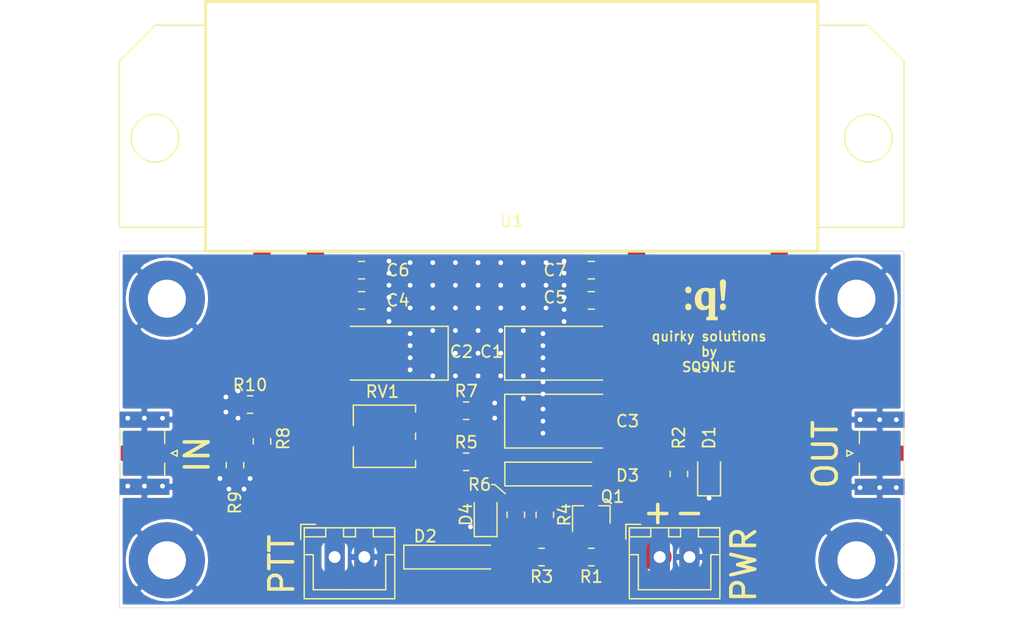
<source format=kicad_pcb>
(kicad_pcb (version 20171130) (host pcbnew 5.1.10-88a1d61d58~90~ubuntu21.04.1)

  (general
    (thickness 1.6)
    (drawings 14)
    (tracks 146)
    (zones 0)
    (modules 33)
    (nets 16)
  )

  (page A4)
  (layers
    (0 F.Cu signal)
    (31 B.Cu signal)
    (32 B.Adhes user)
    (33 F.Adhes user)
    (34 B.Paste user)
    (35 F.Paste user)
    (36 B.SilkS user)
    (37 F.SilkS user)
    (38 B.Mask user hide)
    (39 F.Mask user)
    (40 Dwgs.User user)
    (41 Cmts.User user)
    (42 Eco1.User user)
    (43 Eco2.User user)
    (44 Edge.Cuts user)
    (45 Margin user)
    (46 B.CrtYd user)
    (47 F.CrtYd user)
    (48 B.Fab user)
    (49 F.Fab user)
  )

  (setup
    (last_trace_width 0.25)
    (user_trace_width 0.8)
    (user_trace_width 1.2)
    (user_trace_width 1.46)
    (user_trace_width 2)
    (user_trace_width 2.5)
    (user_trace_width 3.1)
    (trace_clearance 0.2)
    (zone_clearance 0.254)
    (zone_45_only no)
    (trace_min 0.2)
    (via_size 0.8)
    (via_drill 0.4)
    (via_min_size 0.4)
    (via_min_drill 0.3)
    (uvia_size 0.3)
    (uvia_drill 0.1)
    (uvias_allowed no)
    (uvia_min_size 0.2)
    (uvia_min_drill 0.1)
    (edge_width 0.05)
    (segment_width 0.2)
    (pcb_text_width 0.3)
    (pcb_text_size 1.5 1.5)
    (mod_edge_width 0.12)
    (mod_text_size 1 1)
    (mod_text_width 0.15)
    (pad_size 1.7 4)
    (pad_drill 1)
    (pad_to_mask_clearance 0)
    (aux_axis_origin 0 0)
    (visible_elements FFFDFF7F)
    (pcbplotparams
      (layerselection 0x010fc_ffffffff)
      (usegerberextensions false)
      (usegerberattributes true)
      (usegerberadvancedattributes true)
      (creategerberjobfile true)
      (excludeedgelayer true)
      (linewidth 0.100000)
      (plotframeref false)
      (viasonmask false)
      (mode 1)
      (useauxorigin false)
      (hpglpennumber 1)
      (hpglpenspeed 20)
      (hpglpendiameter 15.000000)
      (psnegative false)
      (psa4output false)
      (plotreference true)
      (plotvalue true)
      (plotinvisibletext false)
      (padsonsilk false)
      (subtractmaskfromsilk false)
      (outputformat 1)
      (mirror false)
      (drillshape 1)
      (scaleselection 1)
      (outputdirectory ""))
  )

  (net 0 "")
  (net 1 +12V)
  (net 2 GND)
  (net 3 "Net-(C2-Pad2)")
  (net 4 "Net-(D1-Pad2)")
  (net 5 "Net-(D2-Pad2)")
  (net 6 "Net-(D2-Pad1)")
  (net 7 "Net-(D3-Pad1)")
  (net 8 "Net-(D4-Pad2)")
  (net 9 "Net-(J3-Pad1)")
  (net 10 "Net-(J4-Pad1)")
  (net 11 "Net-(Q1-Pad3)")
  (net 12 "Net-(Q1-Pad1)")
  (net 13 "Net-(R5-Pad2)")
  (net 14 "Net-(R7-Pad1)")
  (net 15 "Net-(R10-Pad1)")

  (net_class Default "This is the default net class."
    (clearance 0.2)
    (trace_width 0.25)
    (via_dia 0.8)
    (via_drill 0.4)
    (uvia_dia 0.3)
    (uvia_drill 0.1)
    (add_net +12V)
    (add_net GND)
    (add_net "Net-(C2-Pad2)")
    (add_net "Net-(D1-Pad2)")
    (add_net "Net-(D2-Pad1)")
    (add_net "Net-(D2-Pad2)")
    (add_net "Net-(D3-Pad1)")
    (add_net "Net-(D4-Pad2)")
    (add_net "Net-(J3-Pad1)")
    (add_net "Net-(J4-Pad1)")
    (add_net "Net-(Q1-Pad1)")
    (add_net "Net-(Q1-Pad3)")
    (add_net "Net-(R10-Pad1)")
    (add_net "Net-(R5-Pad2)")
    (add_net "Net-(R7-Pad1)")
  )

  (module QS_RF:qs_logo (layer F.Cu) (tedit 0) (tstamp 61466146)
    (at 149.352 104.14)
    (fp_text reference Ref** (at 0 0) (layer F.SilkS) hide
      (effects (font (size 1.27 1.27) (thickness 0.15)))
    )
    (fp_text value Val** (at 0 0) (layer F.SilkS) hide
      (effects (font (size 1.27 1.27) (thickness 0.15)))
    )
    (fp_poly (pts (xy -1.399691 -1.14069) (xy -1.327468 -1.094921) (xy -1.27282 -1.027422) (xy -1.23967 -0.944925)
      (xy -1.231941 -0.854166) (xy -1.253557 -0.761878) (xy -1.308441 -0.674795) (xy -1.309434 -0.673678)
      (xy -1.380215 -0.622736) (xy -1.469499 -0.597289) (xy -1.56136 -0.599635) (xy -1.632526 -0.627052)
      (xy -1.704702 -0.695812) (xy -1.746007 -0.782649) (xy -1.757392 -0.878056) (xy -1.739811 -0.972527)
      (xy -1.694213 -1.056557) (xy -1.62155 -1.120639) (xy -1.581169 -1.140097) (xy -1.485566 -1.157993)
      (xy -1.399691 -1.14069)) (layer F.SilkS) (width 0.01))
    (fp_poly (pts (xy 1.535315 -1.74531) (xy 1.60501 -1.692188) (xy 1.632972 -1.651331) (xy 1.647544 -1.619807)
      (xy 1.658511 -1.583821) (xy 1.665808 -1.538948) (xy 1.669367 -1.480762) (xy 1.669121 -1.404838)
      (xy 1.665003 -1.306749) (xy 1.656947 -1.18207) (xy 1.644884 -1.026375) (xy 1.628749 -0.835238)
      (xy 1.618919 -0.722552) (xy 1.601805 -0.52508) (xy 1.588007 -0.365677) (xy 1.576431 -0.24031)
      (xy 1.565984 -0.144944) (xy 1.555572 -0.075545) (xy 1.5441 -0.028079) (xy 1.530474 0.001487)
      (xy 1.5136 0.017187) (xy 1.492384 0.023056) (xy 1.465733 0.023127) (xy 1.432551 0.021434)
      (xy 1.417207 0.021166) (xy 1.35045 0.018744) (xy 1.304646 0.012452) (xy 1.290881 0.005291)
      (xy 1.288886 -0.018936) (xy 1.283367 -0.080132) (xy 1.274803 -0.173119) (xy 1.263675 -0.292723)
      (xy 1.250465 -0.433768) (xy 1.235652 -0.591079) (xy 1.227499 -0.677334) (xy 1.207222 -0.893622)
      (xy 1.191135 -1.072015) (xy 1.179171 -1.21674) (xy 1.171264 -1.332019) (xy 1.167347 -1.422079)
      (xy 1.167353 -1.491143) (xy 1.171217 -1.543437) (xy 1.17887 -1.583185) (xy 1.190248 -1.614612)
      (xy 1.205283 -1.641943) (xy 1.212128 -1.65241) (xy 1.279899 -1.721493) (xy 1.362917 -1.759988)
      (xy 1.451336 -1.767918) (xy 1.535315 -1.74531)) (layer F.SilkS) (width 0.01))
    (fp_poly (pts (xy 1.469038 0.263786) (xy 1.547496 0.296293) (xy 1.612426 0.356102) (xy 1.657297 0.439934)
      (xy 1.67558 0.544509) (xy 1.673935 0.591978) (xy 1.646398 0.684238) (xy 1.588392 0.75673)
      (xy 1.509004 0.804755) (xy 1.417326 0.823617) (xy 1.322445 0.80862) (xy 1.286141 0.792365)
      (xy 1.222313 0.735519) (xy 1.180336 0.653573) (xy 1.162163 0.558789) (xy 1.169745 0.463432)
      (xy 1.205033 0.379767) (xy 1.217776 0.36287) (xy 1.297648 0.293795) (xy 1.383579 0.26186)
      (xy 1.469038 0.263786)) (layer F.SilkS) (width 0.01))
    (fp_poly (pts (xy -1.41368 0.275746) (xy -1.340547 0.318342) (xy -1.283598 0.382678) (xy -1.246407 0.462008)
      (xy -1.232549 0.549586) (xy -1.245597 0.638666) (xy -1.289127 0.722499) (xy -1.335507 0.771023)
      (xy -1.414686 0.812653) (xy -1.508839 0.825756) (xy -1.600294 0.808758) (xy -1.625817 0.796864)
      (xy -1.697596 0.735271) (xy -1.740924 0.652716) (xy -1.756406 0.559025) (xy -1.744646 0.464026)
      (xy -1.706247 0.377545) (xy -1.641816 0.309407) (xy -1.594199 0.282762) (xy -1.499422 0.261638)
      (xy -1.41368 0.275746)) (layer F.SilkS) (width 0.01))
    (fp_poly (pts (xy 0.12416 -1.050565) (xy 0.246471 -1.028666) (xy 0.358462 -1.004448) (xy 0.445165 -0.99589)
      (xy 0.501329 -1.003236) (xy 0.518583 -1.016001) (xy 0.545432 -1.027731) (xy 0.600615 -1.035418)
      (xy 0.647801 -1.037167) (xy 0.763937 -1.037167) (xy 0.757677 0.179487) (xy 0.751416 1.396142)
      (xy 0.973666 1.370004) (xy 0.973666 1.672166) (xy 0.021166 1.672166) (xy 0.021166 1.545166)
      (xy 0.022364 1.474722) (xy 0.02859 1.436684) (xy 0.043792 1.421137) (xy 0.071738 1.418166)
      (xy 0.125328 1.404981) (xy 0.17228 1.37775) (xy 0.190875 1.36094) (xy 0.204347 1.340744)
      (xy 0.213697 1.310374) (xy 0.219923 1.26304) (xy 0.224026 1.191951) (xy 0.227006 1.090318)
      (xy 0.229062 0.992093) (xy 0.231378 0.86449) (xy 0.232125 0.773798) (xy 0.230749 0.714606)
      (xy 0.226699 0.681504) (xy 0.219424 0.669081) (xy 0.208372 0.671928) (xy 0.197312 0.680793)
      (xy 0.096994 0.745754) (xy -0.029498 0.793139) (xy -0.168669 0.820154) (xy -0.307024 0.824004)
      (xy -0.413076 0.8072) (xy -0.558082 0.746609) (xy -0.685778 0.650093) (xy -0.792022 0.52196)
      (xy -0.872675 0.36652) (xy -0.893946 0.306916) (xy -0.923929 0.175233) (xy -0.939728 0.022416)
      (xy -0.941381 -0.137322) (xy -0.939657 -0.158434) (xy -0.391329 -0.158434) (xy -0.391321 -0.148167)
      (xy -0.39046 -0.028151) (xy -0.387308 0.059322) (xy -0.380628 0.124026) (xy -0.36918 0.175738)
      (xy -0.351727 0.224234) (xy -0.341023 0.248862) (xy -0.298144 0.325504) (xy -0.244639 0.396796)
      (xy -0.216177 0.425826) (xy -0.166811 0.464797) (xy -0.123266 0.482501) (xy -0.066215 0.484794)
      (xy -0.029877 0.482265) (xy 0.074343 0.461249) (xy 0.157223 0.415349) (xy 0.232833 0.357678)
      (xy 0.232754 -0.122786) (xy 0.232477 -0.279091) (xy 0.231402 -0.398981) (xy 0.229072 -0.488372)
      (xy 0.225032 -0.553181) (xy 0.218826 -0.599325) (xy 0.209999 -0.632721) (xy 0.198094 -0.659285)
      (xy 0.190411 -0.67257) (xy 0.132607 -0.73804) (xy 0.053643 -0.773644) (xy -0.040582 -0.783167)
      (xy -0.140716 -0.763346) (xy -0.228683 -0.703602) (xy -0.305027 -0.603514) (xy -0.328084 -0.560917)
      (xy -0.353765 -0.507576) (xy -0.37138 -0.46186) (xy -0.382436 -0.413929) (xy -0.388441 -0.353942)
      (xy -0.390903 -0.272057) (xy -0.391329 -0.158434) (xy -0.939657 -0.158434) (xy -0.928929 -0.289766)
      (xy -0.90241 -0.420705) (xy -0.891817 -0.453392) (xy -0.80679 -0.639677) (xy -0.698246 -0.791694)
      (xy -0.564402 -0.911503) (xy -0.427041 -0.990657) (xy -0.314183 -1.027784) (xy -0.175291 -1.050675)
      (xy -0.024473 -1.058534) (xy 0.12416 -1.050565)) (layer F.SilkS) (width 0.01))
  )

  (module Potentiometer_SMD:Potentiometer_Vishay_TS53YL_Vertical (layer F.Cu) (tedit 5A3D7171) (tstamp 6142CFBD)
    (at 122.301 115.57)
    (descr "Potentiometer, vertical, Vishay TS53YL, https://www.vishay.com/docs/51008/ts53.pdf")
    (tags "Potentiometer vertical Vishay TS53YL")
    (path /6145B313)
    (attr smd)
    (fp_text reference RV1 (at -0.175 -3.75) (layer F.SilkS)
      (effects (font (size 1 1) (thickness 0.15)))
    )
    (fp_text value 10k (at -0.175 3.75) (layer F.Fab)
      (effects (font (size 1 1) (thickness 0.15)))
    )
    (fp_circle (center 0 0) (end 1.15 0) (layer F.Fab) (width 0.1))
    (fp_line (start -2.5 -2.5) (end -2.5 2.5) (layer F.Fab) (width 0.1))
    (fp_line (start -2.5 2.5) (end 2.5 2.5) (layer F.Fab) (width 0.1))
    (fp_line (start 2.5 2.5) (end 2.5 -2.5) (layer F.Fab) (width 0.1))
    (fp_line (start 2.5 -2.5) (end -2.5 -2.5) (layer F.Fab) (width 0.1))
    (fp_line (start -0.92 -0.058) (end -0.058 -0.058) (layer F.Fab) (width 0.1))
    (fp_line (start -0.058 -0.058) (end -0.058 -0.92) (layer F.Fab) (width 0.1))
    (fp_line (start -0.058 -0.92) (end 0.058 -0.92) (layer F.Fab) (width 0.1))
    (fp_line (start 0.058 -0.92) (end 0.058 -0.058) (layer F.Fab) (width 0.1))
    (fp_line (start 0.058 -0.058) (end 0.92 -0.058) (layer F.Fab) (width 0.1))
    (fp_line (start 0.92 -0.058) (end 0.92 0.058) (layer F.Fab) (width 0.1))
    (fp_line (start 0.92 0.058) (end 0.058 0.058) (layer F.Fab) (width 0.1))
    (fp_line (start 0.058 0.058) (end 0.058 0.92) (layer F.Fab) (width 0.1))
    (fp_line (start 0.058 0.92) (end -0.058 0.92) (layer F.Fab) (width 0.1))
    (fp_line (start -0.058 0.92) (end -0.058 0.058) (layer F.Fab) (width 0.1))
    (fp_line (start -0.058 0.058) (end -0.92 0.058) (layer F.Fab) (width 0.1))
    (fp_line (start -0.92 0.058) (end -0.92 -0.058) (layer F.Fab) (width 0.1))
    (fp_line (start -2.62 -2.62) (end 2.62 -2.62) (layer F.SilkS) (width 0.12))
    (fp_line (start -2.62 2.62) (end 2.62 2.62) (layer F.SilkS) (width 0.12))
    (fp_line (start -2.62 -2.62) (end -2.62 -0.89) (layer F.SilkS) (width 0.12))
    (fp_line (start -2.62 0.89) (end -2.62 2.62) (layer F.SilkS) (width 0.12))
    (fp_line (start 2.62 -2.62) (end 2.62 -2.039) (layer F.SilkS) (width 0.12))
    (fp_line (start 2.62 -0.26) (end 2.62 0.26) (layer F.SilkS) (width 0.12))
    (fp_line (start 2.62 2.04) (end 2.62 2.62) (layer F.SilkS) (width 0.12))
    (fp_line (start -4 -2.75) (end -4 2.75) (layer F.CrtYd) (width 0.05))
    (fp_line (start -4 2.75) (end 3.65 2.75) (layer F.CrtYd) (width 0.05))
    (fp_line (start 3.65 2.75) (end 3.65 -2.75) (layer F.CrtYd) (width 0.05))
    (fp_line (start 3.65 -2.75) (end -4 -2.75) (layer F.CrtYd) (width 0.05))
    (fp_text user %R (at 0 -2) (layer F.Fab)
      (effects (font (size 0.68 0.68) (thickness 0.15)))
    )
    (pad 3 smd rect (at 2.75 1.15) (size 1.3 1.3) (layers F.Cu F.Paste F.Mask)
      (net 13 "Net-(R5-Pad2)"))
    (pad 2 smd rect (at -2.75 0) (size 2 1.3) (layers F.Cu F.Paste F.Mask)
      (net 3 "Net-(C2-Pad2)"))
    (pad 1 smd rect (at 2.75 -1.15) (size 1.3 1.3) (layers F.Cu F.Paste F.Mask)
      (net 14 "Net-(R7-Pad1)"))
    (model ${KISYS3DMOD}/Potentiometer_SMD.3dshapes/Potentiometer_Vishay_TS53YL_Vertical.wrl
      (at (xyz 0 0 0))
      (scale (xyz 1 1 1))
      (rotate (xyz 0 0 0))
    )
  )

  (module QS_RF:RA18H1213G (layer F.Cu) (tedit 614253CE) (tstamp 6142AE69)
    (at 133 100)
    (path /61423584)
    (fp_text reference U1 (at 0 -2.54) (layer F.SilkS)
      (effects (font (size 1 1) (thickness 0.15)))
    )
    (fp_text value RA18H1213G (at 0 -17.78) (layer F.Fab)
      (effects (font (size 1 1) (thickness 0.15)))
    )
    (fp_line (start -25.75 0) (end 25.75 0) (layer F.SilkS) (width 0.25))
    (fp_line (start 25.75 0) (end 25.75 -21) (layer F.SilkS) (width 0.25))
    (fp_line (start -25.75 -21) (end 25.75 -21) (layer F.SilkS) (width 0.25))
    (fp_line (start -25.75 -21) (end -25.75 0) (layer F.SilkS) (width 0.25))
    (fp_circle (center -30 -9.5) (end -28 -9.5) (layer F.SilkS) (width 0.12))
    (fp_circle (center 30 -9.5) (end 32 -9.5) (layer F.SilkS) (width 0.12))
    (fp_line (start -25.75 -2) (end -33 -2) (layer F.SilkS) (width 0.12))
    (fp_line (start -33 -2) (end -33 -16) (layer F.SilkS) (width 0.12))
    (fp_line (start -30 -19) (end -25.75 -19) (layer F.SilkS) (width 0.12))
    (fp_line (start 25.75 -2) (end 33 -2) (layer F.SilkS) (width 0.12))
    (fp_line (start 33 -2) (end 33 -16) (layer F.SilkS) (width 0.12))
    (fp_line (start 30 -19) (end 25.75 -19) (layer F.SilkS) (width 0.12))
    (fp_line (start -33 -16) (end -30 -19) (layer F.SilkS) (width 0.12))
    (fp_line (start 33 -16) (end 30 -19) (layer F.SilkS) (width 0.12))
    (pad 4 smd rect (at 22.5 5) (size 1.46 10) (layers F.Cu F.Paste F.Mask)
      (net 9 "Net-(J3-Pad1)"))
    (pad 3 smd rect (at 10.5 5) (size 1.46 10) (layers F.Cu F.Paste F.Mask)
      (net 1 +12V))
    (pad 2 smd rect (at -16.5 5) (size 1.46 10) (layers F.Cu F.Paste F.Mask)
      (net 3 "Net-(C2-Pad2)"))
    (pad 1 smd rect (at -21 5) (size 1.46 10) (layers F.Cu F.Paste F.Mask)
      (net 15 "Net-(R10-Pad1)"))
  )

  (module Diode_SMD:D_MiniMELF_Handsoldering (layer F.Cu) (tedit 5905D919) (tstamp 6142ACBD)
    (at 136.98 118.745)
    (descr "Diode Mini-MELF (SOD-80) Handsoldering")
    (tags "Diode Mini-MELF (SOD-80) Handsoldering")
    (path /61461EEC)
    (attr smd)
    (fp_text reference D3 (at 5.768 0.127) (layer F.SilkS)
      (effects (font (size 1 1) (thickness 0.15)))
    )
    (fp_text value 6.2V (at 0 1.75) (layer F.Fab)
      (effects (font (size 1 1) (thickness 0.15)))
    )
    (fp_line (start 2.75 -1) (end -4.55 -1) (layer F.SilkS) (width 0.12))
    (fp_line (start -4.55 -1) (end -4.55 1) (layer F.SilkS) (width 0.12))
    (fp_line (start -4.55 1) (end 2.75 1) (layer F.SilkS) (width 0.12))
    (fp_line (start 1.65 -0.8) (end 1.65 0.8) (layer F.Fab) (width 0.1))
    (fp_line (start 1.65 0.8) (end -1.65 0.8) (layer F.Fab) (width 0.1))
    (fp_line (start -1.65 0.8) (end -1.65 -0.8) (layer F.Fab) (width 0.1))
    (fp_line (start -1.65 -0.8) (end 1.65 -0.8) (layer F.Fab) (width 0.1))
    (fp_line (start 0.25 0) (end 0.75 0) (layer F.Fab) (width 0.1))
    (fp_line (start 0.25 0.4) (end -0.35 0) (layer F.Fab) (width 0.1))
    (fp_line (start 0.25 -0.4) (end 0.25 0.4) (layer F.Fab) (width 0.1))
    (fp_line (start -0.35 0) (end 0.25 -0.4) (layer F.Fab) (width 0.1))
    (fp_line (start -0.35 0) (end -0.35 0.55) (layer F.Fab) (width 0.1))
    (fp_line (start -0.35 0) (end -0.35 -0.55) (layer F.Fab) (width 0.1))
    (fp_line (start -0.75 0) (end -0.35 0) (layer F.Fab) (width 0.1))
    (fp_line (start -4.65 -1.1) (end 4.65 -1.1) (layer F.CrtYd) (width 0.05))
    (fp_line (start 4.65 -1.1) (end 4.65 1.1) (layer F.CrtYd) (width 0.05))
    (fp_line (start 4.65 1.1) (end -4.65 1.1) (layer F.CrtYd) (width 0.05))
    (fp_line (start -4.65 1.1) (end -4.65 -1.1) (layer F.CrtYd) (width 0.05))
    (fp_text user %R (at 0 -1.75) (layer F.Fab)
      (effects (font (size 1 1) (thickness 0.15)))
    )
    (pad 2 smd rect (at 2.75 0) (size 3.3 1.7) (layers F.Cu F.Paste F.Mask)
      (net 2 GND))
    (pad 1 smd rect (at -2.75 0) (size 3.3 1.7) (layers F.Cu F.Paste F.Mask)
      (net 7 "Net-(D3-Pad1)"))
    (model ${KISYS3DMOD}/Diode_SMD.3dshapes/D_MiniMELF.wrl
      (at (xyz 0 0 0))
      (scale (xyz 1 1 1))
      (rotate (xyz 0 0 0))
    )
  )

  (module MountingHole:MountingHole_3.2mm_M3_Pad_TopBottom locked (layer F.Cu) (tedit 56D1B4CB) (tstamp 6142B9AA)
    (at 104 126)
    (descr "Mounting Hole 3.2mm, M3")
    (tags "mounting hole 3.2mm m3")
    (path /6153EC2D)
    (attr virtual)
    (fp_text reference H4 (at 0 -4.2) (layer F.SilkS) hide
      (effects (font (size 1 1) (thickness 0.15)))
    )
    (fp_text value MountingHole_Pad (at 0 4.2) (layer F.Fab) hide
      (effects (font (size 1 1) (thickness 0.15)))
    )
    (fp_circle (center 0 0) (end 3.2 0) (layer Cmts.User) (width 0.15))
    (fp_circle (center 0 0) (end 3.45 0) (layer F.CrtYd) (width 0.05))
    (fp_text user %R (at 0.3 0) (layer F.Fab) hide
      (effects (font (size 1 1) (thickness 0.15)))
    )
    (pad 1 connect circle (at 0 0) (size 6.4 6.4) (layers B.Cu B.Mask)
      (net 2 GND))
    (pad 1 connect circle (at 0 0) (size 6.4 6.4) (layers F.Cu F.Mask)
      (net 2 GND))
    (pad 1 thru_hole circle (at 0 0) (size 3.6 3.6) (drill 3.2) (layers *.Cu *.Mask)
      (net 2 GND))
  )

  (module MountingHole:MountingHole_3.2mm_M3_Pad_TopBottom locked (layer F.Cu) (tedit 56D1B4CB) (tstamp 6142B9A0)
    (at 162 126)
    (descr "Mounting Hole 3.2mm, M3")
    (tags "mounting hole 3.2mm m3")
    (path /6153E9F2)
    (attr virtual)
    (fp_text reference H3 (at 0 -4.2) (layer F.SilkS) hide
      (effects (font (size 1 1) (thickness 0.15)))
    )
    (fp_text value MountingHole_Pad (at 0 4.2) (layer F.Fab) hide
      (effects (font (size 1 1) (thickness 0.15)))
    )
    (fp_circle (center 0 0) (end 3.2 0) (layer Cmts.User) (width 0.15))
    (fp_circle (center 0 0) (end 3.45 0) (layer F.CrtYd) (width 0.05))
    (fp_text user %R (at 0.3 0) (layer F.Fab) hide
      (effects (font (size 1 1) (thickness 0.15)))
    )
    (pad 1 connect circle (at 0 0) (size 6.4 6.4) (layers B.Cu B.Mask)
      (net 2 GND))
    (pad 1 connect circle (at 0 0) (size 6.4 6.4) (layers F.Cu F.Mask)
      (net 2 GND))
    (pad 1 thru_hole circle (at 0 0) (size 3.6 3.6) (drill 3.2) (layers *.Cu *.Mask)
      (net 2 GND))
  )

  (module MountingHole:MountingHole_3.2mm_M3_Pad_TopBottom locked (layer F.Cu) (tedit 56D1B4CB) (tstamp 6142B996)
    (at 162 104)
    (descr "Mounting Hole 3.2mm, M3")
    (tags "mounting hole 3.2mm m3")
    (path /6153E7B2)
    (attr virtual)
    (fp_text reference H2 (at 0 -4.2) (layer F.SilkS) hide
      (effects (font (size 1 1) (thickness 0.15)))
    )
    (fp_text value MountingHole_Pad (at 0 4.2) (layer F.Fab) hide
      (effects (font (size 1 1) (thickness 0.15)))
    )
    (fp_circle (center 0 0) (end 3.2 0) (layer Cmts.User) (width 0.15))
    (fp_circle (center 0 0) (end 3.45 0) (layer F.CrtYd) (width 0.05))
    (fp_text user %R (at 0.3 0) (layer F.Fab) hide
      (effects (font (size 1 1) (thickness 0.15)))
    )
    (pad 1 connect circle (at 0 0) (size 6.4 6.4) (layers B.Cu B.Mask)
      (net 2 GND))
    (pad 1 connect circle (at 0 0) (size 6.4 6.4) (layers F.Cu F.Mask)
      (net 2 GND))
    (pad 1 thru_hole circle (at 0 0) (size 3.6 3.6) (drill 3.2) (layers *.Cu *.Mask)
      (net 2 GND))
  )

  (module MountingHole:MountingHole_3.2mm_M3_Pad_TopBottom locked (layer F.Cu) (tedit 56D1B4CB) (tstamp 6142B98C)
    (at 104 104)
    (descr "Mounting Hole 3.2mm, M3")
    (tags "mounting hole 3.2mm m3")
    (path /6153CE47)
    (attr virtual)
    (fp_text reference H1 (at 0 -4.2) (layer F.SilkS) hide
      (effects (font (size 1 1) (thickness 0.15)))
    )
    (fp_text value MountingHole_Pad (at 0 4.2) (layer F.Fab) hide
      (effects (font (size 1 1) (thickness 0.15)))
    )
    (fp_circle (center 0 0) (end 3.2 0) (layer Cmts.User) (width 0.15))
    (fp_circle (center 0 0) (end 3.45 0) (layer F.CrtYd) (width 0.05))
    (fp_text user %R (at 0.3 0) (layer F.Fab) hide
      (effects (font (size 1 1) (thickness 0.15)))
    )
    (pad 1 connect circle (at 0 0) (size 6.4 6.4) (layers B.Cu B.Mask)
      (net 2 GND))
    (pad 1 connect circle (at 0 0) (size 6.4 6.4) (layers F.Cu F.Mask)
      (net 2 GND))
    (pad 1 thru_hole circle (at 0 0) (size 3.6 3.6) (drill 3.2) (layers *.Cu *.Mask)
      (net 2 GND))
  )

  (module Resistor_SMD:R_0805_2012Metric_Pad1.20x1.40mm_HandSolder (layer F.Cu) (tedit 5F68FEEE) (tstamp 6142FD06)
    (at 111 112.903 180)
    (descr "Resistor SMD 0805 (2012 Metric), square (rectangular) end terminal, IPC_7351 nominal with elongated pad for handsoldering. (Body size source: IPC-SM-782 page 72, https://www.pcb-3d.com/wordpress/wp-content/uploads/ipc-sm-782a_amendment_1_and_2.pdf), generated with kicad-footprint-generator")
    (tags "resistor handsolder")
    (path /614265A4)
    (attr smd)
    (fp_text reference R10 (at 0.002 1.651) (layer F.SilkS)
      (effects (font (size 1 1) (thickness 0.15)))
    )
    (fp_text value 300 (at 0 1.65) (layer F.Fab)
      (effects (font (size 1 1) (thickness 0.15)))
    )
    (fp_line (start -1 0.625) (end -1 -0.625) (layer F.Fab) (width 0.1))
    (fp_line (start -1 -0.625) (end 1 -0.625) (layer F.Fab) (width 0.1))
    (fp_line (start 1 -0.625) (end 1 0.625) (layer F.Fab) (width 0.1))
    (fp_line (start 1 0.625) (end -1 0.625) (layer F.Fab) (width 0.1))
    (fp_line (start -0.227064 -0.735) (end 0.227064 -0.735) (layer F.SilkS) (width 0.12))
    (fp_line (start -0.227064 0.735) (end 0.227064 0.735) (layer F.SilkS) (width 0.12))
    (fp_line (start -1.85 0.95) (end -1.85 -0.95) (layer F.CrtYd) (width 0.05))
    (fp_line (start -1.85 -0.95) (end 1.85 -0.95) (layer F.CrtYd) (width 0.05))
    (fp_line (start 1.85 -0.95) (end 1.85 0.95) (layer F.CrtYd) (width 0.05))
    (fp_line (start 1.85 0.95) (end -1.85 0.95) (layer F.CrtYd) (width 0.05))
    (fp_text user %R (at 0 0) (layer F.Fab)
      (effects (font (size 0.5 0.5) (thickness 0.08)))
    )
    (pad 2 smd roundrect (at 1 0 180) (size 1.2 1.4) (layers F.Cu F.Paste F.Mask) (roundrect_rratio 0.208333)
      (net 2 GND))
    (pad 1 smd roundrect (at -1 0 180) (size 1.2 1.4) (layers F.Cu F.Paste F.Mask) (roundrect_rratio 0.208333)
      (net 15 "Net-(R10-Pad1)"))
    (model ${KISYS3DMOD}/Resistor_SMD.3dshapes/R_0805_2012Metric.wrl
      (at (xyz 0 0 0))
      (scale (xyz 1 1 1))
      (rotate (xyz 0 0 0))
    )
  )

  (module Resistor_SMD:R_0805_2012Metric_Pad1.20x1.40mm_HandSolder (layer F.Cu) (tedit 5F68FEEE) (tstamp 6142AE2C)
    (at 109.728 118 270)
    (descr "Resistor SMD 0805 (2012 Metric), square (rectangular) end terminal, IPC_7351 nominal with elongated pad for handsoldering. (Body size source: IPC-SM-782 page 72, https://www.pcb-3d.com/wordpress/wp-content/uploads/ipc-sm-782a_amendment_1_and_2.pdf), generated with kicad-footprint-generator")
    (tags "resistor handsolder")
    (path /61426C10)
    (attr smd)
    (fp_text reference R9 (at 3.158 0 90) (layer F.SilkS)
      (effects (font (size 1 1) (thickness 0.15)))
    )
    (fp_text value 300 (at 0 1.65 90) (layer F.Fab)
      (effects (font (size 1 1) (thickness 0.15)))
    )
    (fp_line (start -1 0.625) (end -1 -0.625) (layer F.Fab) (width 0.1))
    (fp_line (start -1 -0.625) (end 1 -0.625) (layer F.Fab) (width 0.1))
    (fp_line (start 1 -0.625) (end 1 0.625) (layer F.Fab) (width 0.1))
    (fp_line (start 1 0.625) (end -1 0.625) (layer F.Fab) (width 0.1))
    (fp_line (start -0.227064 -0.735) (end 0.227064 -0.735) (layer F.SilkS) (width 0.12))
    (fp_line (start -0.227064 0.735) (end 0.227064 0.735) (layer F.SilkS) (width 0.12))
    (fp_line (start -1.85 0.95) (end -1.85 -0.95) (layer F.CrtYd) (width 0.05))
    (fp_line (start -1.85 -0.95) (end 1.85 -0.95) (layer F.CrtYd) (width 0.05))
    (fp_line (start 1.85 -0.95) (end 1.85 0.95) (layer F.CrtYd) (width 0.05))
    (fp_line (start 1.85 0.95) (end -1.85 0.95) (layer F.CrtYd) (width 0.05))
    (fp_text user %R (at 0 0 90) (layer F.Fab)
      (effects (font (size 0.5 0.5) (thickness 0.08)))
    )
    (pad 2 smd roundrect (at 1 0 270) (size 1.2 1.4) (layers F.Cu F.Paste F.Mask) (roundrect_rratio 0.208333)
      (net 2 GND))
    (pad 1 smd roundrect (at -1 0 270) (size 1.2 1.4) (layers F.Cu F.Paste F.Mask) (roundrect_rratio 0.208333)
      (net 10 "Net-(J4-Pad1)"))
    (model ${KISYS3DMOD}/Resistor_SMD.3dshapes/R_0805_2012Metric.wrl
      (at (xyz 0 0 0))
      (scale (xyz 1 1 1))
      (rotate (xyz 0 0 0))
    )
  )

  (module Resistor_SMD:R_0805_2012Metric_Pad1.20x1.40mm_HandSolder (layer F.Cu) (tedit 5F68FEEE) (tstamp 6142FCCA)
    (at 112 116 270)
    (descr "Resistor SMD 0805 (2012 Metric), square (rectangular) end terminal, IPC_7351 nominal with elongated pad for handsoldering. (Body size source: IPC-SM-782 page 72, https://www.pcb-3d.com/wordpress/wp-content/uploads/ipc-sm-782a_amendment_1_and_2.pdf), generated with kicad-footprint-generator")
    (tags "resistor handsolder")
    (path /61426EBD)
    (attr smd)
    (fp_text reference R8 (at -0.238 -1.792 90) (layer F.SilkS)
      (effects (font (size 1 1) (thickness 0.15)))
    )
    (fp_text value 18 (at 0 1.65 90) (layer F.Fab)
      (effects (font (size 1 1) (thickness 0.15)))
    )
    (fp_line (start -1 0.625) (end -1 -0.625) (layer F.Fab) (width 0.1))
    (fp_line (start -1 -0.625) (end 1 -0.625) (layer F.Fab) (width 0.1))
    (fp_line (start 1 -0.625) (end 1 0.625) (layer F.Fab) (width 0.1))
    (fp_line (start 1 0.625) (end -1 0.625) (layer F.Fab) (width 0.1))
    (fp_line (start -0.227064 -0.735) (end 0.227064 -0.735) (layer F.SilkS) (width 0.12))
    (fp_line (start -0.227064 0.735) (end 0.227064 0.735) (layer F.SilkS) (width 0.12))
    (fp_line (start -1.85 0.95) (end -1.85 -0.95) (layer F.CrtYd) (width 0.05))
    (fp_line (start -1.85 -0.95) (end 1.85 -0.95) (layer F.CrtYd) (width 0.05))
    (fp_line (start 1.85 -0.95) (end 1.85 0.95) (layer F.CrtYd) (width 0.05))
    (fp_line (start 1.85 0.95) (end -1.85 0.95) (layer F.CrtYd) (width 0.05))
    (fp_text user %R (at 0 0 90) (layer F.Fab)
      (effects (font (size 0.5 0.5) (thickness 0.08)))
    )
    (pad 2 smd roundrect (at 1 0 270) (size 1.2 1.4) (layers F.Cu F.Paste F.Mask) (roundrect_rratio 0.208333)
      (net 10 "Net-(J4-Pad1)"))
    (pad 1 smd roundrect (at -1 0 270) (size 1.2 1.4) (layers F.Cu F.Paste F.Mask) (roundrect_rratio 0.208333)
      (net 15 "Net-(R10-Pad1)"))
    (model ${KISYS3DMOD}/Resistor_SMD.3dshapes/R_0805_2012Metric.wrl
      (at (xyz 0 0 0))
      (scale (xyz 1 1 1))
      (rotate (xyz 0 0 0))
    )
  )

  (module Resistor_SMD:R_0805_2012Metric_Pad1.20x1.40mm_HandSolder (layer F.Cu) (tedit 5F68FEEE) (tstamp 6142AE0A)
    (at 129.175 113.42)
    (descr "Resistor SMD 0805 (2012 Metric), square (rectangular) end terminal, IPC_7351 nominal with elongated pad for handsoldering. (Body size source: IPC-SM-782 page 72, https://www.pcb-3d.com/wordpress/wp-content/uploads/ipc-sm-782a_amendment_1_and_2.pdf), generated with kicad-footprint-generator")
    (tags "resistor handsolder")
    (path /6145A8D9)
    (attr smd)
    (fp_text reference R7 (at 0 -1.65) (layer F.SilkS)
      (effects (font (size 1 1) (thickness 0.15)))
    )
    (fp_text value 220 (at 0 1.65) (layer F.Fab)
      (effects (font (size 1 1) (thickness 0.15)))
    )
    (fp_line (start -1 0.625) (end -1 -0.625) (layer F.Fab) (width 0.1))
    (fp_line (start -1 -0.625) (end 1 -0.625) (layer F.Fab) (width 0.1))
    (fp_line (start 1 -0.625) (end 1 0.625) (layer F.Fab) (width 0.1))
    (fp_line (start 1 0.625) (end -1 0.625) (layer F.Fab) (width 0.1))
    (fp_line (start -0.227064 -0.735) (end 0.227064 -0.735) (layer F.SilkS) (width 0.12))
    (fp_line (start -0.227064 0.735) (end 0.227064 0.735) (layer F.SilkS) (width 0.12))
    (fp_line (start -1.85 0.95) (end -1.85 -0.95) (layer F.CrtYd) (width 0.05))
    (fp_line (start -1.85 -0.95) (end 1.85 -0.95) (layer F.CrtYd) (width 0.05))
    (fp_line (start 1.85 -0.95) (end 1.85 0.95) (layer F.CrtYd) (width 0.05))
    (fp_line (start 1.85 0.95) (end -1.85 0.95) (layer F.CrtYd) (width 0.05))
    (fp_text user %R (at 0 0) (layer F.Fab)
      (effects (font (size 0.5 0.5) (thickness 0.08)))
    )
    (pad 2 smd roundrect (at 1 0) (size 1.2 1.4) (layers F.Cu F.Paste F.Mask) (roundrect_rratio 0.208333)
      (net 2 GND))
    (pad 1 smd roundrect (at -1 0) (size 1.2 1.4) (layers F.Cu F.Paste F.Mask) (roundrect_rratio 0.208333)
      (net 14 "Net-(R7-Pad1)"))
    (model ${KISYS3DMOD}/Resistor_SMD.3dshapes/R_0805_2012Metric.wrl
      (at (xyz 0 0 0))
      (scale (xyz 1 1 1))
      (rotate (xyz 0 0 0))
    )
  )

  (module Resistor_SMD:R_0805_2012Metric_Pad1.20x1.40mm_HandSolder (layer F.Cu) (tedit 5F68FEEE) (tstamp 6142ADF9)
    (at 133.35 122.174 270)
    (descr "Resistor SMD 0805 (2012 Metric), square (rectangular) end terminal, IPC_7351 nominal with elongated pad for handsoldering. (Body size source: IPC-SM-782 page 72, https://www.pcb-3d.com/wordpress/wp-content/uploads/ipc-sm-782a_amendment_1_and_2.pdf), generated with kicad-footprint-generator")
    (tags "resistor handsolder")
    (path /61508B60)
    (attr smd)
    (fp_text reference R6 (at -2.54 3.048 180) (layer F.SilkS)
      (effects (font (size 1 1) (thickness 0.15)))
    )
    (fp_text value 5.1k (at 0 1.65 90) (layer F.Fab)
      (effects (font (size 1 1) (thickness 0.15)))
    )
    (fp_line (start -1 0.625) (end -1 -0.625) (layer F.Fab) (width 0.1))
    (fp_line (start -1 -0.625) (end 1 -0.625) (layer F.Fab) (width 0.1))
    (fp_line (start 1 -0.625) (end 1 0.625) (layer F.Fab) (width 0.1))
    (fp_line (start 1 0.625) (end -1 0.625) (layer F.Fab) (width 0.1))
    (fp_line (start -0.227064 -0.735) (end 0.227064 -0.735) (layer F.SilkS) (width 0.12))
    (fp_line (start -0.227064 0.735) (end 0.227064 0.735) (layer F.SilkS) (width 0.12))
    (fp_line (start -1.85 0.95) (end -1.85 -0.95) (layer F.CrtYd) (width 0.05))
    (fp_line (start -1.85 -0.95) (end 1.85 -0.95) (layer F.CrtYd) (width 0.05))
    (fp_line (start 1.85 -0.95) (end 1.85 0.95) (layer F.CrtYd) (width 0.05))
    (fp_line (start 1.85 0.95) (end -1.85 0.95) (layer F.CrtYd) (width 0.05))
    (fp_text user %R (at 0 0 90) (layer F.Fab)
      (effects (font (size 0.5 0.5) (thickness 0.08)))
    )
    (pad 2 smd roundrect (at 1 0 270) (size 1.2 1.4) (layers F.Cu F.Paste F.Mask) (roundrect_rratio 0.208333)
      (net 11 "Net-(Q1-Pad3)"))
    (pad 1 smd roundrect (at -1 0 270) (size 1.2 1.4) (layers F.Cu F.Paste F.Mask) (roundrect_rratio 0.208333)
      (net 8 "Net-(D4-Pad2)"))
    (model ${KISYS3DMOD}/Resistor_SMD.3dshapes/R_0805_2012Metric.wrl
      (at (xyz 0 0 0))
      (scale (xyz 1 1 1))
      (rotate (xyz 0 0 0))
    )
  )

  (module Resistor_SMD:R_0805_2012Metric_Pad1.20x1.40mm_HandSolder (layer F.Cu) (tedit 5F68FEEE) (tstamp 6142ADE8)
    (at 129.175 117.72 180)
    (descr "Resistor SMD 0805 (2012 Metric), square (rectangular) end terminal, IPC_7351 nominal with elongated pad for handsoldering. (Body size source: IPC-SM-782 page 72, https://www.pcb-3d.com/wordpress/wp-content/uploads/ipc-sm-782a_amendment_1_and_2.pdf), generated with kicad-footprint-generator")
    (tags "resistor handsolder")
    (path /6145FCEB)
    (attr smd)
    (fp_text reference R5 (at 0 1.642) (layer F.SilkS)
      (effects (font (size 1 1) (thickness 0.15)))
    )
    (fp_text value 220 (at 0 1.65) (layer F.Fab)
      (effects (font (size 1 1) (thickness 0.15)))
    )
    (fp_line (start -1 0.625) (end -1 -0.625) (layer F.Fab) (width 0.1))
    (fp_line (start -1 -0.625) (end 1 -0.625) (layer F.Fab) (width 0.1))
    (fp_line (start 1 -0.625) (end 1 0.625) (layer F.Fab) (width 0.1))
    (fp_line (start 1 0.625) (end -1 0.625) (layer F.Fab) (width 0.1))
    (fp_line (start -0.227064 -0.735) (end 0.227064 -0.735) (layer F.SilkS) (width 0.12))
    (fp_line (start -0.227064 0.735) (end 0.227064 0.735) (layer F.SilkS) (width 0.12))
    (fp_line (start -1.85 0.95) (end -1.85 -0.95) (layer F.CrtYd) (width 0.05))
    (fp_line (start -1.85 -0.95) (end 1.85 -0.95) (layer F.CrtYd) (width 0.05))
    (fp_line (start 1.85 -0.95) (end 1.85 0.95) (layer F.CrtYd) (width 0.05))
    (fp_line (start 1.85 0.95) (end -1.85 0.95) (layer F.CrtYd) (width 0.05))
    (fp_text user %R (at 0 0) (layer F.Fab)
      (effects (font (size 0.5 0.5) (thickness 0.08)))
    )
    (pad 2 smd roundrect (at 1 0 180) (size 1.2 1.4) (layers F.Cu F.Paste F.Mask) (roundrect_rratio 0.208333)
      (net 13 "Net-(R5-Pad2)"))
    (pad 1 smd roundrect (at -1 0 180) (size 1.2 1.4) (layers F.Cu F.Paste F.Mask) (roundrect_rratio 0.208333)
      (net 7 "Net-(D3-Pad1)"))
    (model ${KISYS3DMOD}/Resistor_SMD.3dshapes/R_0805_2012Metric.wrl
      (at (xyz 0 0 0))
      (scale (xyz 1 1 1))
      (rotate (xyz 0 0 0))
    )
  )

  (module Resistor_SMD:R_0805_2012Metric_Pad1.20x1.40mm_HandSolder (layer F.Cu) (tedit 5F68FEEE) (tstamp 6142ADD7)
    (at 135.79 122.174 270)
    (descr "Resistor SMD 0805 (2012 Metric), square (rectangular) end terminal, IPC_7351 nominal with elongated pad for handsoldering. (Body size source: IPC-SM-782 page 72, https://www.pcb-3d.com/wordpress/wp-content/uploads/ipc-sm-782a_amendment_1_and_2.pdf), generated with kicad-footprint-generator")
    (tags "resistor handsolder")
    (path /6146DDCE)
    (attr smd)
    (fp_text reference R4 (at 0 -1.65 90) (layer F.SilkS)
      (effects (font (size 1 1) (thickness 0.15)))
    )
    (fp_text value 330 (at 0 1.65 90) (layer F.Fab)
      (effects (font (size 1 1) (thickness 0.15)))
    )
    (fp_line (start -1 0.625) (end -1 -0.625) (layer F.Fab) (width 0.1))
    (fp_line (start -1 -0.625) (end 1 -0.625) (layer F.Fab) (width 0.1))
    (fp_line (start 1 -0.625) (end 1 0.625) (layer F.Fab) (width 0.1))
    (fp_line (start 1 0.625) (end -1 0.625) (layer F.Fab) (width 0.1))
    (fp_line (start -0.227064 -0.735) (end 0.227064 -0.735) (layer F.SilkS) (width 0.12))
    (fp_line (start -0.227064 0.735) (end 0.227064 0.735) (layer F.SilkS) (width 0.12))
    (fp_line (start -1.85 0.95) (end -1.85 -0.95) (layer F.CrtYd) (width 0.05))
    (fp_line (start -1.85 -0.95) (end 1.85 -0.95) (layer F.CrtYd) (width 0.05))
    (fp_line (start 1.85 -0.95) (end 1.85 0.95) (layer F.CrtYd) (width 0.05))
    (fp_line (start 1.85 0.95) (end -1.85 0.95) (layer F.CrtYd) (width 0.05))
    (fp_text user %R (at 0 0 90) (layer F.Fab)
      (effects (font (size 0.5 0.5) (thickness 0.08)))
    )
    (pad 2 smd roundrect (at 1 0 270) (size 1.2 1.4) (layers F.Cu F.Paste F.Mask) (roundrect_rratio 0.208333)
      (net 11 "Net-(Q1-Pad3)"))
    (pad 1 smd roundrect (at -1 0 270) (size 1.2 1.4) (layers F.Cu F.Paste F.Mask) (roundrect_rratio 0.208333)
      (net 7 "Net-(D3-Pad1)"))
    (model ${KISYS3DMOD}/Resistor_SMD.3dshapes/R_0805_2012Metric.wrl
      (at (xyz 0 0 0))
      (scale (xyz 1 1 1))
      (rotate (xyz 0 0 0))
    )
  )

  (module Resistor_SMD:R_0805_2012Metric_Pad1.20x1.40mm_HandSolder (layer F.Cu) (tedit 5F68FEEE) (tstamp 6142ADC6)
    (at 135.525 125.73 180)
    (descr "Resistor SMD 0805 (2012 Metric), square (rectangular) end terminal, IPC_7351 nominal with elongated pad for handsoldering. (Body size source: IPC-SM-782 page 72, https://www.pcb-3d.com/wordpress/wp-content/uploads/ipc-sm-782a_amendment_1_and_2.pdf), generated with kicad-footprint-generator")
    (tags "resistor handsolder")
    (path /61488F7B)
    (attr smd)
    (fp_text reference R3 (at 0 -1.65) (layer F.SilkS)
      (effects (font (size 1 1) (thickness 0.15)))
    )
    (fp_text value 5.1k (at 0 1.65) (layer F.Fab)
      (effects (font (size 1 1) (thickness 0.15)))
    )
    (fp_line (start -1 0.625) (end -1 -0.625) (layer F.Fab) (width 0.1))
    (fp_line (start -1 -0.625) (end 1 -0.625) (layer F.Fab) (width 0.1))
    (fp_line (start 1 -0.625) (end 1 0.625) (layer F.Fab) (width 0.1))
    (fp_line (start 1 0.625) (end -1 0.625) (layer F.Fab) (width 0.1))
    (fp_line (start -0.227064 -0.735) (end 0.227064 -0.735) (layer F.SilkS) (width 0.12))
    (fp_line (start -0.227064 0.735) (end 0.227064 0.735) (layer F.SilkS) (width 0.12))
    (fp_line (start -1.85 0.95) (end -1.85 -0.95) (layer F.CrtYd) (width 0.05))
    (fp_line (start -1.85 -0.95) (end 1.85 -0.95) (layer F.CrtYd) (width 0.05))
    (fp_line (start 1.85 -0.95) (end 1.85 0.95) (layer F.CrtYd) (width 0.05))
    (fp_line (start 1.85 0.95) (end -1.85 0.95) (layer F.CrtYd) (width 0.05))
    (fp_text user %R (at 0 0) (layer F.Fab)
      (effects (font (size 0.5 0.5) (thickness 0.08)))
    )
    (pad 2 smd roundrect (at 1 0 180) (size 1.2 1.4) (layers F.Cu F.Paste F.Mask) (roundrect_rratio 0.208333)
      (net 5 "Net-(D2-Pad2)"))
    (pad 1 smd roundrect (at -1 0 180) (size 1.2 1.4) (layers F.Cu F.Paste F.Mask) (roundrect_rratio 0.208333)
      (net 12 "Net-(Q1-Pad1)"))
    (model ${KISYS3DMOD}/Resistor_SMD.3dshapes/R_0805_2012Metric.wrl
      (at (xyz 0 0 0))
      (scale (xyz 1 1 1))
      (rotate (xyz 0 0 0))
    )
  )

  (module Resistor_SMD:R_0805_2012Metric_Pad1.20x1.40mm_HandSolder (layer F.Cu) (tedit 5F68FEEE) (tstamp 6142ADB5)
    (at 147.066 118.745 90)
    (descr "Resistor SMD 0805 (2012 Metric), square (rectangular) end terminal, IPC_7351 nominal with elongated pad for handsoldering. (Body size source: IPC-SM-782 page 72, https://www.pcb-3d.com/wordpress/wp-content/uploads/ipc-sm-782a_amendment_1_and_2.pdf), generated with kicad-footprint-generator")
    (tags "resistor handsolder")
    (path /614E5C55)
    (attr smd)
    (fp_text reference R2 (at 3.048 0 90) (layer F.SilkS)
      (effects (font (size 1 1) (thickness 0.15)))
    )
    (fp_text value 5.1k (at 0 1.65 90) (layer F.Fab)
      (effects (font (size 1 1) (thickness 0.15)))
    )
    (fp_line (start -1 0.625) (end -1 -0.625) (layer F.Fab) (width 0.1))
    (fp_line (start -1 -0.625) (end 1 -0.625) (layer F.Fab) (width 0.1))
    (fp_line (start 1 -0.625) (end 1 0.625) (layer F.Fab) (width 0.1))
    (fp_line (start 1 0.625) (end -1 0.625) (layer F.Fab) (width 0.1))
    (fp_line (start -0.227064 -0.735) (end 0.227064 -0.735) (layer F.SilkS) (width 0.12))
    (fp_line (start -0.227064 0.735) (end 0.227064 0.735) (layer F.SilkS) (width 0.12))
    (fp_line (start -1.85 0.95) (end -1.85 -0.95) (layer F.CrtYd) (width 0.05))
    (fp_line (start -1.85 -0.95) (end 1.85 -0.95) (layer F.CrtYd) (width 0.05))
    (fp_line (start 1.85 -0.95) (end 1.85 0.95) (layer F.CrtYd) (width 0.05))
    (fp_line (start 1.85 0.95) (end -1.85 0.95) (layer F.CrtYd) (width 0.05))
    (fp_text user %R (at 0 0 90) (layer F.Fab)
      (effects (font (size 0.5 0.5) (thickness 0.08)))
    )
    (pad 2 smd roundrect (at 1 0 90) (size 1.2 1.4) (layers F.Cu F.Paste F.Mask) (roundrect_rratio 0.208333)
      (net 4 "Net-(D1-Pad2)"))
    (pad 1 smd roundrect (at -1 0 90) (size 1.2 1.4) (layers F.Cu F.Paste F.Mask) (roundrect_rratio 0.208333)
      (net 1 +12V))
    (model ${KISYS3DMOD}/Resistor_SMD.3dshapes/R_0805_2012Metric.wrl
      (at (xyz 0 0 0))
      (scale (xyz 1 1 1))
      (rotate (xyz 0 0 0))
    )
  )

  (module Resistor_SMD:R_0805_2012Metric_Pad1.20x1.40mm_HandSolder (layer F.Cu) (tedit 5F68FEEE) (tstamp 6142ADA4)
    (at 139.7 125.73 180)
    (descr "Resistor SMD 0805 (2012 Metric), square (rectangular) end terminal, IPC_7351 nominal with elongated pad for handsoldering. (Body size source: IPC-SM-782 page 72, https://www.pcb-3d.com/wordpress/wp-content/uploads/ipc-sm-782a_amendment_1_and_2.pdf), generated with kicad-footprint-generator")
    (tags "resistor handsolder")
    (path /6148114B)
    (attr smd)
    (fp_text reference R1 (at 0 -1.65) (layer F.SilkS)
      (effects (font (size 1 1) (thickness 0.15)))
    )
    (fp_text value 510 (at 0 1.65) (layer F.Fab)
      (effects (font (size 1 1) (thickness 0.15)))
    )
    (fp_line (start -1 0.625) (end -1 -0.625) (layer F.Fab) (width 0.1))
    (fp_line (start -1 -0.625) (end 1 -0.625) (layer F.Fab) (width 0.1))
    (fp_line (start 1 -0.625) (end 1 0.625) (layer F.Fab) (width 0.1))
    (fp_line (start 1 0.625) (end -1 0.625) (layer F.Fab) (width 0.1))
    (fp_line (start -0.227064 -0.735) (end 0.227064 -0.735) (layer F.SilkS) (width 0.12))
    (fp_line (start -0.227064 0.735) (end 0.227064 0.735) (layer F.SilkS) (width 0.12))
    (fp_line (start -1.85 0.95) (end -1.85 -0.95) (layer F.CrtYd) (width 0.05))
    (fp_line (start -1.85 -0.95) (end 1.85 -0.95) (layer F.CrtYd) (width 0.05))
    (fp_line (start 1.85 -0.95) (end 1.85 0.95) (layer F.CrtYd) (width 0.05))
    (fp_line (start 1.85 0.95) (end -1.85 0.95) (layer F.CrtYd) (width 0.05))
    (fp_text user %R (at 0 0) (layer F.Fab)
      (effects (font (size 0.5 0.5) (thickness 0.08)))
    )
    (pad 2 smd roundrect (at 1 0 180) (size 1.2 1.4) (layers F.Cu F.Paste F.Mask) (roundrect_rratio 0.208333)
      (net 12 "Net-(Q1-Pad1)"))
    (pad 1 smd roundrect (at -1 0 180) (size 1.2 1.4) (layers F.Cu F.Paste F.Mask) (roundrect_rratio 0.208333)
      (net 1 +12V))
    (model ${KISYS3DMOD}/Resistor_SMD.3dshapes/R_0805_2012Metric.wrl
      (at (xyz 0 0 0))
      (scale (xyz 1 1 1))
      (rotate (xyz 0 0 0))
    )
  )

  (module Package_TO_SOT_SMD:SOT-23 (layer F.Cu) (tedit 5A02FF57) (tstamp 6142AD93)
    (at 139.7 122.174 90)
    (descr "SOT-23, Standard")
    (tags SOT-23)
    (path /61470474)
    (attr smd)
    (fp_text reference Q1 (at 1.524 1.778 180) (layer F.SilkS)
      (effects (font (size 1 1) (thickness 0.15)))
    )
    (fp_text value BC807 (at 0 2.5 90) (layer F.Fab)
      (effects (font (size 1 1) (thickness 0.15)))
    )
    (fp_line (start -0.7 -0.95) (end -0.7 1.5) (layer F.Fab) (width 0.1))
    (fp_line (start -0.15 -1.52) (end 0.7 -1.52) (layer F.Fab) (width 0.1))
    (fp_line (start -0.7 -0.95) (end -0.15 -1.52) (layer F.Fab) (width 0.1))
    (fp_line (start 0.7 -1.52) (end 0.7 1.52) (layer F.Fab) (width 0.1))
    (fp_line (start -0.7 1.52) (end 0.7 1.52) (layer F.Fab) (width 0.1))
    (fp_line (start 0.76 1.58) (end 0.76 0.65) (layer F.SilkS) (width 0.12))
    (fp_line (start 0.76 -1.58) (end 0.76 -0.65) (layer F.SilkS) (width 0.12))
    (fp_line (start -1.7 -1.75) (end 1.7 -1.75) (layer F.CrtYd) (width 0.05))
    (fp_line (start 1.7 -1.75) (end 1.7 1.75) (layer F.CrtYd) (width 0.05))
    (fp_line (start 1.7 1.75) (end -1.7 1.75) (layer F.CrtYd) (width 0.05))
    (fp_line (start -1.7 1.75) (end -1.7 -1.75) (layer F.CrtYd) (width 0.05))
    (fp_line (start 0.76 -1.58) (end -1.4 -1.58) (layer F.SilkS) (width 0.12))
    (fp_line (start 0.76 1.58) (end -0.7 1.58) (layer F.SilkS) (width 0.12))
    (fp_text user %R (at 0 0) (layer F.Fab)
      (effects (font (size 0.5 0.5) (thickness 0.075)))
    )
    (pad 3 smd rect (at 1 0 90) (size 0.9 0.8) (layers F.Cu F.Paste F.Mask)
      (net 11 "Net-(Q1-Pad3)"))
    (pad 2 smd rect (at -1 0.95 90) (size 0.9 0.8) (layers F.Cu F.Paste F.Mask)
      (net 1 +12V))
    (pad 1 smd rect (at -1 -0.95 90) (size 0.9 0.8) (layers F.Cu F.Paste F.Mask)
      (net 12 "Net-(Q1-Pad1)"))
    (model ${KISYS3DMOD}/Package_TO_SOT_SMD.3dshapes/SOT-23.wrl
      (at (xyz 0 0 0))
      (scale (xyz 1 1 1))
      (rotate (xyz 0 0 0))
    )
  )

  (module Connector_Coaxial:SMA_Samtec_SMA-J-P-X-ST-EM1_EdgeMount (layer F.Cu) (tedit 5DAA3454) (tstamp 6142AD7E)
    (at 102.108 117 270)
    (descr "Connector SMA, 0Hz to 20GHz, 50Ohm, Edge Mount (http://suddendocs.samtec.com/prints/sma-j-p-x-st-em1-mkt.pdf)")
    (tags "SMA Straight Samtec Edge Mount")
    (path /6142B023)
    (attr smd)
    (fp_text reference J4 (at 0 -3.5 90) (layer F.SilkS) hide
      (effects (font (size 1 1) (thickness 0.15)))
    )
    (fp_text value Conn_Coaxial (at 0 13 90) (layer F.Fab) hide
      (effects (font (size 1 1) (thickness 0.15)))
    )
    (fp_line (start -0.25 -2.76) (end 0 -2.26) (layer F.SilkS) (width 0.12))
    (fp_line (start 0.25 -2.76) (end -0.25 -2.76) (layer F.SilkS) (width 0.12))
    (fp_line (start 0 -2.26) (end 0.25 -2.76) (layer F.SilkS) (width 0.12))
    (fp_line (start 0 3.1) (end -0.64 2.1) (layer F.Fab) (width 0.1))
    (fp_line (start 0.64 2.1) (end 0 3.1) (layer F.Fab) (width 0.1))
    (fp_line (start 4 2.6) (end 4 -2.6) (layer F.CrtYd) (width 0.05))
    (fp_line (start 3.68 12.12) (end -3.68 12.12) (layer F.CrtYd) (width 0.05))
    (fp_line (start -4 2.6) (end -4 -2.6) (layer F.CrtYd) (width 0.05))
    (fp_line (start -4 -2.6) (end 4 -2.6) (layer F.CrtYd) (width 0.05))
    (fp_line (start 4 2.6) (end 4 -2.6) (layer B.CrtYd) (width 0.05))
    (fp_line (start 3.68 12.12) (end -3.68 12.12) (layer B.CrtYd) (width 0.05))
    (fp_line (start -4 2.6) (end -4 -2.6) (layer B.CrtYd) (width 0.05))
    (fp_line (start -4 -2.6) (end 4 -2.6) (layer B.CrtYd) (width 0.05))
    (fp_line (start 3.165 11.62) (end -3.165 11.62) (layer F.Fab) (width 0.1))
    (fp_line (start 3.175 -1.71) (end 3.175 11.62) (layer F.Fab) (width 0.1))
    (fp_line (start 3.175 -1.71) (end 2.365 -1.71) (layer F.Fab) (width 0.1))
    (fp_line (start 2.365 -1.71) (end 2.365 2.1) (layer F.Fab) (width 0.1))
    (fp_line (start 2.365 2.1) (end -2.365 2.1) (layer F.Fab) (width 0.1))
    (fp_line (start -2.365 2.1) (end -2.365 -1.71) (layer F.Fab) (width 0.1))
    (fp_line (start -2.365 -1.71) (end -3.175 -1.71) (layer F.Fab) (width 0.1))
    (fp_line (start -3.175 -1.71) (end -3.175 11.62) (layer F.Fab) (width 0.1))
    (fp_line (start 4.1 2.1) (end -4.1 2.1) (layer Dwgs.User) (width 0.1))
    (fp_line (start -3.68 2.6) (end -4 2.6) (layer F.CrtYd) (width 0.05))
    (fp_line (start -3.68 12.12) (end -3.68 2.6) (layer F.CrtYd) (width 0.05))
    (fp_line (start 3.68 2.6) (end 4 2.6) (layer F.CrtYd) (width 0.05))
    (fp_line (start 3.68 2.6) (end 3.68 12.12) (layer F.CrtYd) (width 0.05))
    (fp_line (start -3.68 2.6) (end -4 2.6) (layer B.CrtYd) (width 0.05))
    (fp_line (start -3.68 12.12) (end -3.68 2.6) (layer B.CrtYd) (width 0.05))
    (fp_line (start 4 2.6) (end 3.68 2.6) (layer B.CrtYd) (width 0.05))
    (fp_line (start 3.68 2.6) (end 3.68 12.12) (layer B.CrtYd) (width 0.05))
    (fp_line (start -1.95 2) (end -0.84 2) (layer F.SilkS) (width 0.12))
    (fp_line (start 0.84 2) (end 1.95 2) (layer F.SilkS) (width 0.12))
    (fp_line (start -1.95 -1.71) (end -0.84 -1.71) (layer F.SilkS) (width 0.12))
    (fp_line (start 0.84 -1.71) (end 1.95 -1.71) (layer F.SilkS) (width 0.12))
    (fp_text user "Board Thickness: 1.57mm" (at 0 -5.45 90) (layer Cmts.User) hide
      (effects (font (size 1 1) (thickness 0.15)))
    )
    (fp_text user "PCB Edge" (at 0 2.6 90) (layer Dwgs.User) hide
      (effects (font (size 0.5 0.5) (thickness 0.1)))
    )
    (fp_text user %R (at 0 4.79 270) (layer F.Fab) hide
      (effects (font (size 1 1) (thickness 0.15)))
    )
    (pad 1 smd rect (at 0 0.2 270) (size 1.27 3.6) (layers F.Cu F.Paste F.Mask)
      (net 10 "Net-(J4-Pad1)"))
    (pad 2 smd rect (at 2.825 0 270) (size 1.35 4.2) (layers F.Cu F.Paste F.Mask)
      (net 2 GND))
    (pad 2 smd rect (at -2.825 0 270) (size 1.35 4.2) (layers F.Cu F.Paste F.Mask)
      (net 2 GND))
    (pad 2 smd rect (at 2.825 0 270) (size 1.35 4.2) (layers B.Cu B.Paste B.Mask)
      (net 2 GND))
    (pad 2 smd rect (at -2.825 0 270) (size 1.35 4.2) (layers B.Cu B.Paste B.Mask)
      (net 2 GND))
    (model ${KISYS3DMOD}/Connector_Coaxial.3dshapes/SMA_Samtec_SMA-J-P-X-ST-EM1_EdgeMount.wrl
      (at (xyz 0 0 0))
      (scale (xyz 1 1 1))
      (rotate (xyz 0 0 0))
    )
  )

  (module Connector_Coaxial:SMA_Samtec_SMA-J-P-X-ST-EM1_EdgeMount (layer F.Cu) (tedit 5DAA3454) (tstamp 6142AD50)
    (at 163.957 117 90)
    (descr "Connector SMA, 0Hz to 20GHz, 50Ohm, Edge Mount (http://suddendocs.samtec.com/prints/sma-j-p-x-st-em1-mkt.pdf)")
    (tags "SMA Straight Samtec Edge Mount")
    (path /6142AA4D)
    (attr smd)
    (fp_text reference J3 (at 0 -3.5 90) (layer F.SilkS) hide
      (effects (font (size 1 1) (thickness 0.15)))
    )
    (fp_text value Conn_Coaxial (at 0 13 90) (layer F.Fab) hide
      (effects (font (size 1 1) (thickness 0.15)))
    )
    (fp_line (start -0.25 -2.76) (end 0 -2.26) (layer F.SilkS) (width 0.12))
    (fp_line (start 0.25 -2.76) (end -0.25 -2.76) (layer F.SilkS) (width 0.12))
    (fp_line (start 0 -2.26) (end 0.25 -2.76) (layer F.SilkS) (width 0.12))
    (fp_line (start 0 3.1) (end -0.64 2.1) (layer F.Fab) (width 0.1))
    (fp_line (start 0.64 2.1) (end 0 3.1) (layer F.Fab) (width 0.1))
    (fp_line (start 4 2.6) (end 4 -2.6) (layer F.CrtYd) (width 0.05))
    (fp_line (start 3.68 12.12) (end -3.68 12.12) (layer F.CrtYd) (width 0.05))
    (fp_line (start -4 2.6) (end -4 -2.6) (layer F.CrtYd) (width 0.05))
    (fp_line (start -4 -2.6) (end 4 -2.6) (layer F.CrtYd) (width 0.05))
    (fp_line (start 4 2.6) (end 4 -2.6) (layer B.CrtYd) (width 0.05))
    (fp_line (start 3.68 12.12) (end -3.68 12.12) (layer B.CrtYd) (width 0.05))
    (fp_line (start -4 2.6) (end -4 -2.6) (layer B.CrtYd) (width 0.05))
    (fp_line (start -4 -2.6) (end 4 -2.6) (layer B.CrtYd) (width 0.05))
    (fp_line (start 3.165 11.62) (end -3.165 11.62) (layer F.Fab) (width 0.1))
    (fp_line (start 3.175 -1.71) (end 3.175 11.62) (layer F.Fab) (width 0.1))
    (fp_line (start 3.175 -1.71) (end 2.365 -1.71) (layer F.Fab) (width 0.1))
    (fp_line (start 2.365 -1.71) (end 2.365 2.1) (layer F.Fab) (width 0.1))
    (fp_line (start 2.365 2.1) (end -2.365 2.1) (layer F.Fab) (width 0.1))
    (fp_line (start -2.365 2.1) (end -2.365 -1.71) (layer F.Fab) (width 0.1))
    (fp_line (start -2.365 -1.71) (end -3.175 -1.71) (layer F.Fab) (width 0.1))
    (fp_line (start -3.175 -1.71) (end -3.175 11.62) (layer F.Fab) (width 0.1))
    (fp_line (start 4.1 2.1) (end -4.1 2.1) (layer Dwgs.User) (width 0.1))
    (fp_line (start -3.68 2.6) (end -4 2.6) (layer F.CrtYd) (width 0.05))
    (fp_line (start -3.68 12.12) (end -3.68 2.6) (layer F.CrtYd) (width 0.05))
    (fp_line (start 3.68 2.6) (end 4 2.6) (layer F.CrtYd) (width 0.05))
    (fp_line (start 3.68 2.6) (end 3.68 12.12) (layer F.CrtYd) (width 0.05))
    (fp_line (start -3.68 2.6) (end -4 2.6) (layer B.CrtYd) (width 0.05))
    (fp_line (start -3.68 12.12) (end -3.68 2.6) (layer B.CrtYd) (width 0.05))
    (fp_line (start 4 2.6) (end 3.68 2.6) (layer B.CrtYd) (width 0.05))
    (fp_line (start 3.68 2.6) (end 3.68 12.12) (layer B.CrtYd) (width 0.05))
    (fp_line (start -1.95 2) (end -0.84 2) (layer F.SilkS) (width 0.12))
    (fp_line (start 0.84 2) (end 1.95 2) (layer F.SilkS) (width 0.12))
    (fp_line (start -1.95 -1.71) (end -0.84 -1.71) (layer F.SilkS) (width 0.12))
    (fp_line (start 0.84 -1.71) (end 1.95 -1.71) (layer F.SilkS) (width 0.12))
    (fp_text user "Board Thickness: 1.57mm" (at 0 -5.45 90) (layer Cmts.User) hide
      (effects (font (size 1 1) (thickness 0.15)))
    )
    (fp_text user "PCB Edge" (at 0 2.6 90) (layer Dwgs.User) hide
      (effects (font (size 0.5 0.5) (thickness 0.1)))
    )
    (fp_text user %R (at 0 4.79 270) (layer F.Fab) hide
      (effects (font (size 1 1) (thickness 0.15)))
    )
    (pad 1 smd rect (at 0 0.2 90) (size 1.27 3.6) (layers F.Cu F.Paste F.Mask)
      (net 9 "Net-(J3-Pad1)"))
    (pad 2 smd rect (at 2.825 0 90) (size 1.35 4.2) (layers F.Cu F.Paste F.Mask)
      (net 2 GND))
    (pad 2 smd rect (at -2.825 0 90) (size 1.35 4.2) (layers F.Cu F.Paste F.Mask)
      (net 2 GND))
    (pad 2 smd rect (at 2.825 0 90) (size 1.35 4.2) (layers B.Cu B.Paste B.Mask)
      (net 2 GND))
    (pad 2 smd rect (at -2.825 0 90) (size 1.35 4.2) (layers B.Cu B.Paste B.Mask)
      (net 2 GND))
    (model ${KISYS3DMOD}/Connector_Coaxial.3dshapes/SMA_Samtec_SMA-J-P-X-ST-EM1_EdgeMount.wrl
      (at (xyz 0 0 0))
      (scale (xyz 1 1 1))
      (rotate (xyz 0 0 0))
    )
  )

  (module Connector_JST:JST_XH_B2B-XH-A_1x02_P2.50mm_Vertical (layer F.Cu) (tedit 614658D7) (tstamp 6142AD22)
    (at 145.455 125.73)
    (descr "JST XH series connector, B2B-XH-A (http://www.jst-mfg.com/product/pdf/eng/eXH.pdf), generated with kicad-footprint-generator")
    (tags "connector JST XH vertical")
    (path /6149FE21)
    (fp_text reference J2 (at 1.25 -3.55) (layer F.SilkS) hide
      (effects (font (size 1 1) (thickness 0.15)))
    )
    (fp_text value Conn_01x02 (at 1.25 4.6) (layer F.Fab)
      (effects (font (size 1 1) (thickness 0.15)))
    )
    (fp_line (start -2.45 -2.35) (end -2.45 3.4) (layer F.Fab) (width 0.1))
    (fp_line (start -2.45 3.4) (end 4.95 3.4) (layer F.Fab) (width 0.1))
    (fp_line (start 4.95 3.4) (end 4.95 -2.35) (layer F.Fab) (width 0.1))
    (fp_line (start 4.95 -2.35) (end -2.45 -2.35) (layer F.Fab) (width 0.1))
    (fp_line (start -2.56 -2.46) (end -2.56 3.51) (layer F.SilkS) (width 0.12))
    (fp_line (start -2.56 3.51) (end 5.06 3.51) (layer F.SilkS) (width 0.12))
    (fp_line (start 5.06 3.51) (end 5.06 -2.46) (layer F.SilkS) (width 0.12))
    (fp_line (start 5.06 -2.46) (end -2.56 -2.46) (layer F.SilkS) (width 0.12))
    (fp_line (start -2.95 -2.85) (end -2.95 3.9) (layer F.CrtYd) (width 0.05))
    (fp_line (start -2.95 3.9) (end 5.45 3.9) (layer F.CrtYd) (width 0.05))
    (fp_line (start 5.45 3.9) (end 5.45 -2.85) (layer F.CrtYd) (width 0.05))
    (fp_line (start 5.45 -2.85) (end -2.95 -2.85) (layer F.CrtYd) (width 0.05))
    (fp_line (start -0.625 -2.35) (end 0 -1.35) (layer F.Fab) (width 0.1))
    (fp_line (start 0 -1.35) (end 0.625 -2.35) (layer F.Fab) (width 0.1))
    (fp_line (start 0.75 -2.45) (end 0.75 -1.7) (layer F.SilkS) (width 0.12))
    (fp_line (start 0.75 -1.7) (end 1.75 -1.7) (layer F.SilkS) (width 0.12))
    (fp_line (start 1.75 -1.7) (end 1.75 -2.45) (layer F.SilkS) (width 0.12))
    (fp_line (start 1.75 -2.45) (end 0.75 -2.45) (layer F.SilkS) (width 0.12))
    (fp_line (start -2.55 -2.45) (end -2.55 -1.7) (layer F.SilkS) (width 0.12))
    (fp_line (start -2.55 -1.7) (end -0.75 -1.7) (layer F.SilkS) (width 0.12))
    (fp_line (start -0.75 -1.7) (end -0.75 -2.45) (layer F.SilkS) (width 0.12))
    (fp_line (start -0.75 -2.45) (end -2.55 -2.45) (layer F.SilkS) (width 0.12))
    (fp_line (start 3.25 -2.45) (end 3.25 -1.7) (layer F.SilkS) (width 0.12))
    (fp_line (start 3.25 -1.7) (end 5.05 -1.7) (layer F.SilkS) (width 0.12))
    (fp_line (start 5.05 -1.7) (end 5.05 -2.45) (layer F.SilkS) (width 0.12))
    (fp_line (start 5.05 -2.45) (end 3.25 -2.45) (layer F.SilkS) (width 0.12))
    (fp_line (start -2.55 -0.2) (end -1.8 -0.2) (layer F.SilkS) (width 0.12))
    (fp_line (start -1.8 -0.2) (end -1.8 2.75) (layer F.SilkS) (width 0.12))
    (fp_line (start -1.8 2.75) (end 1.25 2.75) (layer F.SilkS) (width 0.12))
    (fp_line (start 5.05 -0.2) (end 4.3 -0.2) (layer F.SilkS) (width 0.12))
    (fp_line (start 4.3 -0.2) (end 4.3 2.75) (layer F.SilkS) (width 0.12))
    (fp_line (start 4.3 2.75) (end 1.25 2.75) (layer F.SilkS) (width 0.12))
    (fp_line (start -1.6 -2.75) (end -2.85 -2.75) (layer F.SilkS) (width 0.12))
    (fp_line (start -2.85 -2.75) (end -2.85 -1.5) (layer F.SilkS) (width 0.12))
    (fp_text user %R (at 1.25 2.7) (layer F.Fab)
      (effects (font (size 1 1) (thickness 0.15)))
    )
    (pad 2 thru_hole oval (at 2.5 0) (size 1.7 4) (drill 1) (layers *.Cu *.Mask)
      (net 2 GND))
    (pad 1 thru_hole roundrect (at 0 0) (size 1.7 4) (drill 1) (layers *.Cu *.Mask) (roundrect_rratio 0.147)
      (net 1 +12V))
    (model ${KISYS3DMOD}/Connector_JST.3dshapes/JST_XH_B2B-XH-A_1x02_P2.50mm_Vertical.wrl
      (at (xyz 0 0 0))
      (scale (xyz 1 1 1))
      (rotate (xyz 0 0 0))
    )
  )

  (module Connector_JST:JST_XH_B2B-XH-A_1x02_P2.50mm_Vertical (layer F.Cu) (tedit 61465B00) (tstamp 6142DE86)
    (at 118.11 125.73)
    (descr "JST XH series connector, B2B-XH-A (http://www.jst-mfg.com/product/pdf/eng/eXH.pdf), generated with kicad-footprint-generator")
    (tags "connector JST XH vertical")
    (path /6149EA7E)
    (fp_text reference J1 (at 1.25 -3.55) (layer F.SilkS) hide
      (effects (font (size 1 1) (thickness 0.15)))
    )
    (fp_text value Conn_01x02 (at 1.25 4.6) (layer F.Fab)
      (effects (font (size 1 1) (thickness 0.15)))
    )
    (fp_line (start -2.45 -2.35) (end -2.45 3.4) (layer F.Fab) (width 0.1))
    (fp_line (start -2.45 3.4) (end 4.95 3.4) (layer F.Fab) (width 0.1))
    (fp_line (start 4.95 3.4) (end 4.95 -2.35) (layer F.Fab) (width 0.1))
    (fp_line (start 4.95 -2.35) (end -2.45 -2.35) (layer F.Fab) (width 0.1))
    (fp_line (start -2.56 -2.46) (end -2.56 3.51) (layer F.SilkS) (width 0.12))
    (fp_line (start -2.56 3.51) (end 5.06 3.51) (layer F.SilkS) (width 0.12))
    (fp_line (start 5.06 3.51) (end 5.06 -2.46) (layer F.SilkS) (width 0.12))
    (fp_line (start 5.06 -2.46) (end -2.56 -2.46) (layer F.SilkS) (width 0.12))
    (fp_line (start -2.95 -2.85) (end -2.95 3.9) (layer F.CrtYd) (width 0.05))
    (fp_line (start -2.95 3.9) (end 5.45 3.9) (layer F.CrtYd) (width 0.05))
    (fp_line (start 5.45 3.9) (end 5.45 -2.85) (layer F.CrtYd) (width 0.05))
    (fp_line (start 5.45 -2.85) (end -2.95 -2.85) (layer F.CrtYd) (width 0.05))
    (fp_line (start -0.625 -2.35) (end 0 -1.35) (layer F.Fab) (width 0.1))
    (fp_line (start 0 -1.35) (end 0.625 -2.35) (layer F.Fab) (width 0.1))
    (fp_line (start 0.75 -2.45) (end 0.75 -1.7) (layer F.SilkS) (width 0.12))
    (fp_line (start 0.75 -1.7) (end 1.75 -1.7) (layer F.SilkS) (width 0.12))
    (fp_line (start 1.75 -1.7) (end 1.75 -2.45) (layer F.SilkS) (width 0.12))
    (fp_line (start 1.75 -2.45) (end 0.75 -2.45) (layer F.SilkS) (width 0.12))
    (fp_line (start -2.55 -2.45) (end -2.55 -1.7) (layer F.SilkS) (width 0.12))
    (fp_line (start -2.55 -1.7) (end -0.75 -1.7) (layer F.SilkS) (width 0.12))
    (fp_line (start -0.75 -1.7) (end -0.75 -2.45) (layer F.SilkS) (width 0.12))
    (fp_line (start -0.75 -2.45) (end -2.55 -2.45) (layer F.SilkS) (width 0.12))
    (fp_line (start 3.25 -2.45) (end 3.25 -1.7) (layer F.SilkS) (width 0.12))
    (fp_line (start 3.25 -1.7) (end 5.05 -1.7) (layer F.SilkS) (width 0.12))
    (fp_line (start 5.05 -1.7) (end 5.05 -2.45) (layer F.SilkS) (width 0.12))
    (fp_line (start 5.05 -2.45) (end 3.25 -2.45) (layer F.SilkS) (width 0.12))
    (fp_line (start -2.55 -0.2) (end -1.8 -0.2) (layer F.SilkS) (width 0.12))
    (fp_line (start -1.8 -0.2) (end -1.8 2.75) (layer F.SilkS) (width 0.12))
    (fp_line (start -1.8 2.75) (end 1.25 2.75) (layer F.SilkS) (width 0.12))
    (fp_line (start 5.05 -0.2) (end 4.3 -0.2) (layer F.SilkS) (width 0.12))
    (fp_line (start 4.3 -0.2) (end 4.3 2.75) (layer F.SilkS) (width 0.12))
    (fp_line (start 4.3 2.75) (end 1.25 2.75) (layer F.SilkS) (width 0.12))
    (fp_line (start -1.6 -2.75) (end -2.85 -2.75) (layer F.SilkS) (width 0.12))
    (fp_line (start -2.85 -2.75) (end -2.85 -1.5) (layer F.SilkS) (width 0.12))
    (fp_text user %R (at 1.25 2.7) (layer F.Fab)
      (effects (font (size 1 1) (thickness 0.15)))
    )
    (pad 2 thru_hole oval (at 2.5 0) (size 1.7 4) (drill 1) (layers *.Cu *.Mask)
      (net 2 GND))
    (pad 1 thru_hole roundrect (at 0 0) (size 1.7 4) (drill 1) (layers *.Cu *.Mask) (roundrect_rratio 0.147)
      (net 6 "Net-(D2-Pad1)"))
    (model ${KISYS3DMOD}/Connector_JST.3dshapes/JST_XH_B2B-XH-A_1x02_P2.50mm_Vertical.wrl
      (at (xyz 0 0 0))
      (scale (xyz 1 1 1))
      (rotate (xyz 0 0 0))
    )
  )

  (module LED_SMD:LED_0805_2012Metric_Pad1.15x1.40mm_HandSolder (layer F.Cu) (tedit 5F68FEF1) (tstamp 6142ACD0)
    (at 130.81 122.1515 90)
    (descr "LED SMD 0805 (2012 Metric), square (rectangular) end terminal, IPC_7351 nominal, (Body size source: https://docs.google.com/spreadsheets/d/1BsfQQcO9C6DZCsRaXUlFlo91Tg2WpOkGARC1WS5S8t0/edit?usp=sharing), generated with kicad-footprint-generator")
    (tags "LED handsolder")
    (path /61507C94)
    (attr smd)
    (fp_text reference D4 (at 0 -1.65 90) (layer F.SilkS)
      (effects (font (size 1 1) (thickness 0.15)))
    )
    (fp_text value LED_Small (at 0 1.65 90) (layer F.Fab)
      (effects (font (size 1 1) (thickness 0.15)))
    )
    (fp_line (start 1 -0.6) (end -0.7 -0.6) (layer F.Fab) (width 0.1))
    (fp_line (start -0.7 -0.6) (end -1 -0.3) (layer F.Fab) (width 0.1))
    (fp_line (start -1 -0.3) (end -1 0.6) (layer F.Fab) (width 0.1))
    (fp_line (start -1 0.6) (end 1 0.6) (layer F.Fab) (width 0.1))
    (fp_line (start 1 0.6) (end 1 -0.6) (layer F.Fab) (width 0.1))
    (fp_line (start 1 -0.96) (end -1.86 -0.96) (layer F.SilkS) (width 0.12))
    (fp_line (start -1.86 -0.96) (end -1.86 0.96) (layer F.SilkS) (width 0.12))
    (fp_line (start -1.86 0.96) (end 1 0.96) (layer F.SilkS) (width 0.12))
    (fp_line (start -1.85 0.95) (end -1.85 -0.95) (layer F.CrtYd) (width 0.05))
    (fp_line (start -1.85 -0.95) (end 1.85 -0.95) (layer F.CrtYd) (width 0.05))
    (fp_line (start 1.85 -0.95) (end 1.85 0.95) (layer F.CrtYd) (width 0.05))
    (fp_line (start 1.85 0.95) (end -1.85 0.95) (layer F.CrtYd) (width 0.05))
    (fp_text user %R (at 0 0 90) (layer F.Fab)
      (effects (font (size 0.5 0.5) (thickness 0.08)))
    )
    (pad 2 smd roundrect (at 1.025 0 90) (size 1.15 1.4) (layers F.Cu F.Paste F.Mask) (roundrect_rratio 0.217391)
      (net 8 "Net-(D4-Pad2)"))
    (pad 1 smd roundrect (at -1.025 0 90) (size 1.15 1.4) (layers F.Cu F.Paste F.Mask) (roundrect_rratio 0.217391)
      (net 2 GND))
    (model ${KISYS3DMOD}/LED_SMD.3dshapes/LED_0805_2012Metric.wrl
      (at (xyz 0 0 0))
      (scale (xyz 1 1 1))
      (rotate (xyz 0 0 0))
    )
  )

  (module Diode_SMD:D_MiniMELF_Handsoldering (layer F.Cu) (tedit 5905D919) (tstamp 6142ACA5)
    (at 128.48 125.73)
    (descr "Diode Mini-MELF (SOD-80) Handsoldering")
    (tags "Diode Mini-MELF (SOD-80) Handsoldering")
    (path /61489869)
    (attr smd)
    (fp_text reference D2 (at -2.75 -1.75) (layer F.SilkS)
      (effects (font (size 1 1) (thickness 0.15)))
    )
    (fp_text value 1N4148 (at 0 1.75) (layer F.Fab)
      (effects (font (size 1 1) (thickness 0.15)))
    )
    (fp_line (start 2.75 -1) (end -4.55 -1) (layer F.SilkS) (width 0.12))
    (fp_line (start -4.55 -1) (end -4.55 1) (layer F.SilkS) (width 0.12))
    (fp_line (start -4.55 1) (end 2.75 1) (layer F.SilkS) (width 0.12))
    (fp_line (start 1.65 -0.8) (end 1.65 0.8) (layer F.Fab) (width 0.1))
    (fp_line (start 1.65 0.8) (end -1.65 0.8) (layer F.Fab) (width 0.1))
    (fp_line (start -1.65 0.8) (end -1.65 -0.8) (layer F.Fab) (width 0.1))
    (fp_line (start -1.65 -0.8) (end 1.65 -0.8) (layer F.Fab) (width 0.1))
    (fp_line (start 0.25 0) (end 0.75 0) (layer F.Fab) (width 0.1))
    (fp_line (start 0.25 0.4) (end -0.35 0) (layer F.Fab) (width 0.1))
    (fp_line (start 0.25 -0.4) (end 0.25 0.4) (layer F.Fab) (width 0.1))
    (fp_line (start -0.35 0) (end 0.25 -0.4) (layer F.Fab) (width 0.1))
    (fp_line (start -0.35 0) (end -0.35 0.55) (layer F.Fab) (width 0.1))
    (fp_line (start -0.35 0) (end -0.35 -0.55) (layer F.Fab) (width 0.1))
    (fp_line (start -0.75 0) (end -0.35 0) (layer F.Fab) (width 0.1))
    (fp_line (start -4.65 -1.1) (end 4.65 -1.1) (layer F.CrtYd) (width 0.05))
    (fp_line (start 4.65 -1.1) (end 4.65 1.1) (layer F.CrtYd) (width 0.05))
    (fp_line (start 4.65 1.1) (end -4.65 1.1) (layer F.CrtYd) (width 0.05))
    (fp_line (start -4.65 1.1) (end -4.65 -1.1) (layer F.CrtYd) (width 0.05))
    (fp_text user %R (at 0 -1.75) (layer F.Fab)
      (effects (font (size 1 1) (thickness 0.15)))
    )
    (pad 2 smd rect (at 2.75 0) (size 3.3 1.7) (layers F.Cu F.Paste F.Mask)
      (net 5 "Net-(D2-Pad2)"))
    (pad 1 smd rect (at -2.75 0) (size 3.3 1.7) (layers F.Cu F.Paste F.Mask)
      (net 6 "Net-(D2-Pad1)"))
    (model ${KISYS3DMOD}/Diode_SMD.3dshapes/D_MiniMELF.wrl
      (at (xyz 0 0 0))
      (scale (xyz 1 1 1))
      (rotate (xyz 0 0 0))
    )
  )

  (module LED_SMD:LED_0805_2012Metric_Pad1.15x1.40mm_HandSolder (layer F.Cu) (tedit 5F68FEF1) (tstamp 6142E112)
    (at 149.606 118.7225 90)
    (descr "LED SMD 0805 (2012 Metric), square (rectangular) end terminal, IPC_7351 nominal, (Body size source: https://docs.google.com/spreadsheets/d/1BsfQQcO9C6DZCsRaXUlFlo91Tg2WpOkGARC1WS5S8t0/edit?usp=sharing), generated with kicad-footprint-generator")
    (tags "LED handsolder")
    (path /614E67BC)
    (attr smd)
    (fp_text reference D1 (at 3.0255 0 90) (layer F.SilkS)
      (effects (font (size 1 1) (thickness 0.15)))
    )
    (fp_text value LED_Small (at 0 1.65 90) (layer F.Fab)
      (effects (font (size 1 1) (thickness 0.15)))
    )
    (fp_line (start 1 -0.6) (end -0.7 -0.6) (layer F.Fab) (width 0.1))
    (fp_line (start -0.7 -0.6) (end -1 -0.3) (layer F.Fab) (width 0.1))
    (fp_line (start -1 -0.3) (end -1 0.6) (layer F.Fab) (width 0.1))
    (fp_line (start -1 0.6) (end 1 0.6) (layer F.Fab) (width 0.1))
    (fp_line (start 1 0.6) (end 1 -0.6) (layer F.Fab) (width 0.1))
    (fp_line (start 1 -0.96) (end -1.86 -0.96) (layer F.SilkS) (width 0.12))
    (fp_line (start -1.86 -0.96) (end -1.86 0.96) (layer F.SilkS) (width 0.12))
    (fp_line (start -1.86 0.96) (end 1 0.96) (layer F.SilkS) (width 0.12))
    (fp_line (start -1.85 0.95) (end -1.85 -0.95) (layer F.CrtYd) (width 0.05))
    (fp_line (start -1.85 -0.95) (end 1.85 -0.95) (layer F.CrtYd) (width 0.05))
    (fp_line (start 1.85 -0.95) (end 1.85 0.95) (layer F.CrtYd) (width 0.05))
    (fp_line (start 1.85 0.95) (end -1.85 0.95) (layer F.CrtYd) (width 0.05))
    (fp_text user %R (at 0 0 90) (layer F.Fab)
      (effects (font (size 0.5 0.5) (thickness 0.08)))
    )
    (pad 2 smd roundrect (at 1.025 0 90) (size 1.15 1.4) (layers F.Cu F.Paste F.Mask) (roundrect_rratio 0.217391)
      (net 4 "Net-(D1-Pad2)"))
    (pad 1 smd roundrect (at -1.025 0 90) (size 1.15 1.4) (layers F.Cu F.Paste F.Mask) (roundrect_rratio 0.217391)
      (net 2 GND))
    (model ${KISYS3DMOD}/LED_SMD.3dshapes/LED_0805_2012Metric.wrl
      (at (xyz 0 0 0))
      (scale (xyz 1 1 1))
      (rotate (xyz 0 0 0))
    )
  )

  (module Capacitor_SMD:C_0805_2012Metric_Pad1.18x1.45mm_HandSolder (layer F.Cu) (tedit 5F68FEEF) (tstamp 6142AC79)
    (at 139.7 101.6)
    (descr "Capacitor SMD 0805 (2012 Metric), square (rectangular) end terminal, IPC_7351 nominal with elongated pad for handsoldering. (Body size source: IPC-SM-782 page 76, https://www.pcb-3d.com/wordpress/wp-content/uploads/ipc-sm-782a_amendment_1_and_2.pdf, https://docs.google.com/spreadsheets/d/1BsfQQcO9C6DZCsRaXUlFlo91Tg2WpOkGARC1WS5S8t0/edit?usp=sharing), generated with kicad-footprint-generator")
    (tags "capacitor handsolder")
    (path /61438810)
    (attr smd)
    (fp_text reference C7 (at -3.048 0) (layer F.SilkS)
      (effects (font (size 1 1) (thickness 0.15)))
    )
    (fp_text value 1n (at 0 1.68) (layer F.Fab)
      (effects (font (size 1 1) (thickness 0.15)))
    )
    (fp_line (start -1 0.625) (end -1 -0.625) (layer F.Fab) (width 0.1))
    (fp_line (start -1 -0.625) (end 1 -0.625) (layer F.Fab) (width 0.1))
    (fp_line (start 1 -0.625) (end 1 0.625) (layer F.Fab) (width 0.1))
    (fp_line (start 1 0.625) (end -1 0.625) (layer F.Fab) (width 0.1))
    (fp_line (start -0.261252 -0.735) (end 0.261252 -0.735) (layer F.SilkS) (width 0.12))
    (fp_line (start -0.261252 0.735) (end 0.261252 0.735) (layer F.SilkS) (width 0.12))
    (fp_line (start -1.88 0.98) (end -1.88 -0.98) (layer F.CrtYd) (width 0.05))
    (fp_line (start -1.88 -0.98) (end 1.88 -0.98) (layer F.CrtYd) (width 0.05))
    (fp_line (start 1.88 -0.98) (end 1.88 0.98) (layer F.CrtYd) (width 0.05))
    (fp_line (start 1.88 0.98) (end -1.88 0.98) (layer F.CrtYd) (width 0.05))
    (fp_text user %R (at 0 0) (layer F.Fab)
      (effects (font (size 0.5 0.5) (thickness 0.08)))
    )
    (pad 2 smd roundrect (at 1.0375 0) (size 1.175 1.45) (layers F.Cu F.Paste F.Mask) (roundrect_rratio 0.212766)
      (net 1 +12V))
    (pad 1 smd roundrect (at -1.0375 0) (size 1.175 1.45) (layers F.Cu F.Paste F.Mask) (roundrect_rratio 0.212766)
      (net 2 GND))
    (model ${KISYS3DMOD}/Capacitor_SMD.3dshapes/C_0805_2012Metric.wrl
      (at (xyz 0 0 0))
      (scale (xyz 1 1 1))
      (rotate (xyz 0 0 0))
    )
  )

  (module Capacitor_SMD:C_0805_2012Metric_Pad1.18x1.45mm_HandSolder (layer F.Cu) (tedit 5F68FEEF) (tstamp 6142AC68)
    (at 120.3745 101.6)
    (descr "Capacitor SMD 0805 (2012 Metric), square (rectangular) end terminal, IPC_7351 nominal with elongated pad for handsoldering. (Body size source: IPC-SM-782 page 76, https://www.pcb-3d.com/wordpress/wp-content/uploads/ipc-sm-782a_amendment_1_and_2.pdf, https://docs.google.com/spreadsheets/d/1BsfQQcO9C6DZCsRaXUlFlo91Tg2WpOkGARC1WS5S8t0/edit?usp=sharing), generated with kicad-footprint-generator")
    (tags "capacitor handsolder")
    (path /61441977)
    (attr smd)
    (fp_text reference C6 (at 3.0695 0) (layer F.SilkS)
      (effects (font (size 1 1) (thickness 0.15)))
    )
    (fp_text value 1n (at 0 1.68) (layer F.Fab)
      (effects (font (size 1 1) (thickness 0.15)))
    )
    (fp_line (start -1 0.625) (end -1 -0.625) (layer F.Fab) (width 0.1))
    (fp_line (start -1 -0.625) (end 1 -0.625) (layer F.Fab) (width 0.1))
    (fp_line (start 1 -0.625) (end 1 0.625) (layer F.Fab) (width 0.1))
    (fp_line (start 1 0.625) (end -1 0.625) (layer F.Fab) (width 0.1))
    (fp_line (start -0.261252 -0.735) (end 0.261252 -0.735) (layer F.SilkS) (width 0.12))
    (fp_line (start -0.261252 0.735) (end 0.261252 0.735) (layer F.SilkS) (width 0.12))
    (fp_line (start -1.88 0.98) (end -1.88 -0.98) (layer F.CrtYd) (width 0.05))
    (fp_line (start -1.88 -0.98) (end 1.88 -0.98) (layer F.CrtYd) (width 0.05))
    (fp_line (start 1.88 -0.98) (end 1.88 0.98) (layer F.CrtYd) (width 0.05))
    (fp_line (start 1.88 0.98) (end -1.88 0.98) (layer F.CrtYd) (width 0.05))
    (fp_text user %R (at 0 0) (layer F.Fab)
      (effects (font (size 0.5 0.5) (thickness 0.08)))
    )
    (pad 2 smd roundrect (at 1.0375 0) (size 1.175 1.45) (layers F.Cu F.Paste F.Mask) (roundrect_rratio 0.212766)
      (net 2 GND))
    (pad 1 smd roundrect (at -1.0375 0) (size 1.175 1.45) (layers F.Cu F.Paste F.Mask) (roundrect_rratio 0.212766)
      (net 3 "Net-(C2-Pad2)"))
    (model ${KISYS3DMOD}/Capacitor_SMD.3dshapes/C_0805_2012Metric.wrl
      (at (xyz 0 0 0))
      (scale (xyz 1 1 1))
      (rotate (xyz 0 0 0))
    )
  )

  (module Capacitor_SMD:C_0805_2012Metric_Pad1.18x1.45mm_HandSolder (layer F.Cu) (tedit 5F68FEEF) (tstamp 6142AC57)
    (at 139.7 104.14)
    (descr "Capacitor SMD 0805 (2012 Metric), square (rectangular) end terminal, IPC_7351 nominal with elongated pad for handsoldering. (Body size source: IPC-SM-782 page 76, https://www.pcb-3d.com/wordpress/wp-content/uploads/ipc-sm-782a_amendment_1_and_2.pdf, https://docs.google.com/spreadsheets/d/1BsfQQcO9C6DZCsRaXUlFlo91Tg2WpOkGARC1WS5S8t0/edit?usp=sharing), generated with kicad-footprint-generator")
    (tags "capacitor handsolder")
    (path /61425759)
    (attr smd)
    (fp_text reference C5 (at -3.048 -0.254) (layer F.SilkS)
      (effects (font (size 1 1) (thickness 0.15)))
    )
    (fp_text value 100n (at 0 1.68) (layer F.Fab)
      (effects (font (size 1 1) (thickness 0.15)))
    )
    (fp_line (start -1 0.625) (end -1 -0.625) (layer F.Fab) (width 0.1))
    (fp_line (start -1 -0.625) (end 1 -0.625) (layer F.Fab) (width 0.1))
    (fp_line (start 1 -0.625) (end 1 0.625) (layer F.Fab) (width 0.1))
    (fp_line (start 1 0.625) (end -1 0.625) (layer F.Fab) (width 0.1))
    (fp_line (start -0.261252 -0.735) (end 0.261252 -0.735) (layer F.SilkS) (width 0.12))
    (fp_line (start -0.261252 0.735) (end 0.261252 0.735) (layer F.SilkS) (width 0.12))
    (fp_line (start -1.88 0.98) (end -1.88 -0.98) (layer F.CrtYd) (width 0.05))
    (fp_line (start -1.88 -0.98) (end 1.88 -0.98) (layer F.CrtYd) (width 0.05))
    (fp_line (start 1.88 -0.98) (end 1.88 0.98) (layer F.CrtYd) (width 0.05))
    (fp_line (start 1.88 0.98) (end -1.88 0.98) (layer F.CrtYd) (width 0.05))
    (fp_text user %R (at 0 0) (layer F.Fab)
      (effects (font (size 0.5 0.5) (thickness 0.08)))
    )
    (pad 2 smd roundrect (at 1.0375 0) (size 1.175 1.45) (layers F.Cu F.Paste F.Mask) (roundrect_rratio 0.212766)
      (net 1 +12V))
    (pad 1 smd roundrect (at -1.0375 0) (size 1.175 1.45) (layers F.Cu F.Paste F.Mask) (roundrect_rratio 0.212766)
      (net 2 GND))
    (model ${KISYS3DMOD}/Capacitor_SMD.3dshapes/C_0805_2012Metric.wrl
      (at (xyz 0 0 0))
      (scale (xyz 1 1 1))
      (rotate (xyz 0 0 0))
    )
  )

  (module Capacitor_SMD:C_0805_2012Metric_Pad1.18x1.45mm_HandSolder (layer F.Cu) (tedit 5F68FEEF) (tstamp 6142CD53)
    (at 120.3745 104.14)
    (descr "Capacitor SMD 0805 (2012 Metric), square (rectangular) end terminal, IPC_7351 nominal with elongated pad for handsoldering. (Body size source: IPC-SM-782 page 76, https://www.pcb-3d.com/wordpress/wp-content/uploads/ipc-sm-782a_amendment_1_and_2.pdf, https://docs.google.com/spreadsheets/d/1BsfQQcO9C6DZCsRaXUlFlo91Tg2WpOkGARC1WS5S8t0/edit?usp=sharing), generated with kicad-footprint-generator")
    (tags "capacitor handsolder")
    (path /614412FE)
    (attr smd)
    (fp_text reference C4 (at 3.0695 0) (layer F.SilkS)
      (effects (font (size 1 1) (thickness 0.15)))
    )
    (fp_text value 100n (at 0 1.68) (layer F.Fab)
      (effects (font (size 1 1) (thickness 0.15)))
    )
    (fp_line (start -1 0.625) (end -1 -0.625) (layer F.Fab) (width 0.1))
    (fp_line (start -1 -0.625) (end 1 -0.625) (layer F.Fab) (width 0.1))
    (fp_line (start 1 -0.625) (end 1 0.625) (layer F.Fab) (width 0.1))
    (fp_line (start 1 0.625) (end -1 0.625) (layer F.Fab) (width 0.1))
    (fp_line (start -0.261252 -0.735) (end 0.261252 -0.735) (layer F.SilkS) (width 0.12))
    (fp_line (start -0.261252 0.735) (end 0.261252 0.735) (layer F.SilkS) (width 0.12))
    (fp_line (start -1.88 0.98) (end -1.88 -0.98) (layer F.CrtYd) (width 0.05))
    (fp_line (start -1.88 -0.98) (end 1.88 -0.98) (layer F.CrtYd) (width 0.05))
    (fp_line (start 1.88 -0.98) (end 1.88 0.98) (layer F.CrtYd) (width 0.05))
    (fp_line (start 1.88 0.98) (end -1.88 0.98) (layer F.CrtYd) (width 0.05))
    (fp_text user %R (at 0 0) (layer F.Fab)
      (effects (font (size 0.5 0.5) (thickness 0.08)))
    )
    (pad 2 smd roundrect (at 1.0375 0) (size 1.175 1.45) (layers F.Cu F.Paste F.Mask) (roundrect_rratio 0.212766)
      (net 2 GND))
    (pad 1 smd roundrect (at -1.0375 0) (size 1.175 1.45) (layers F.Cu F.Paste F.Mask) (roundrect_rratio 0.212766)
      (net 3 "Net-(C2-Pad2)"))
    (model ${KISYS3DMOD}/Capacitor_SMD.3dshapes/C_0805_2012Metric.wrl
      (at (xyz 0 0 0))
      (scale (xyz 1 1 1))
      (rotate (xyz 0 0 0))
    )
  )

  (module Capacitor_Tantalum_SMD:CP_EIA-7343-31_Kemet-D_Pad2.25x2.55mm_HandSolder (layer F.Cu) (tedit 5EBA9318) (tstamp 6142EB0F)
    (at 137 114.3)
    (descr "Tantalum Capacitor SMD Kemet-D (7343-31 Metric), IPC_7351 nominal, (Body size from: http://www.kemet.com/Lists/ProductCatalog/Attachments/253/KEM_TC101_STD.pdf), generated with kicad-footprint-generator")
    (tags "capacitor tantalum")
    (path /61424C39)
    (attr smd)
    (fp_text reference C3 (at 5.748 0) (layer F.SilkS)
      (effects (font (size 1 1) (thickness 0.15)))
    )
    (fp_text value 22u (at 0 3.1) (layer F.Fab)
      (effects (font (size 1 1) (thickness 0.15)))
    )
    (fp_line (start 3.65 -2.15) (end -2.65 -2.15) (layer F.Fab) (width 0.1))
    (fp_line (start -2.65 -2.15) (end -3.65 -1.15) (layer F.Fab) (width 0.1))
    (fp_line (start -3.65 -1.15) (end -3.65 2.15) (layer F.Fab) (width 0.1))
    (fp_line (start -3.65 2.15) (end 3.65 2.15) (layer F.Fab) (width 0.1))
    (fp_line (start 3.65 2.15) (end 3.65 -2.15) (layer F.Fab) (width 0.1))
    (fp_line (start 3.65 -2.26) (end -4.585 -2.26) (layer F.SilkS) (width 0.12))
    (fp_line (start -4.585 -2.26) (end -4.585 2.26) (layer F.SilkS) (width 0.12))
    (fp_line (start -4.585 2.26) (end 3.65 2.26) (layer F.SilkS) (width 0.12))
    (fp_line (start -4.58 2.4) (end -4.58 -2.4) (layer F.CrtYd) (width 0.05))
    (fp_line (start -4.58 -2.4) (end 4.58 -2.4) (layer F.CrtYd) (width 0.05))
    (fp_line (start 4.58 -2.4) (end 4.58 2.4) (layer F.CrtYd) (width 0.05))
    (fp_line (start 4.58 2.4) (end -4.58 2.4) (layer F.CrtYd) (width 0.05))
    (fp_text user %R (at 0 0) (layer F.Fab)
      (effects (font (size 1 1) (thickness 0.15)))
    )
    (pad 2 smd roundrect (at 3.2 0) (size 2.25 2.55) (layers F.Cu F.Paste F.Mask) (roundrect_rratio 0.111111)
      (net 1 +12V))
    (pad 1 smd roundrect (at -3.2 0) (size 2.25 2.55) (layers F.Cu F.Paste F.Mask) (roundrect_rratio 0.111111)
      (net 2 GND))
    (model ${KISYS3DMOD}/Capacitor_Tantalum_SMD.3dshapes/CP_EIA-7343-31_Kemet-D.wrl
      (at (xyz 0 0 0))
      (scale (xyz 1 1 1))
      (rotate (xyz 0 0 0))
    )
  )

  (module Capacitor_Tantalum_SMD:CP_EIA-7343-31_Kemet-D_Pad2.25x2.55mm_HandSolder (layer F.Cu) (tedit 5EBA9318) (tstamp 6142AC22)
    (at 123.0745 108.585 180)
    (descr "Tantalum Capacitor SMD Kemet-D (7343-31 Metric), IPC_7351 nominal, (Body size from: http://www.kemet.com/Lists/ProductCatalog/Attachments/253/KEM_TC101_STD.pdf), generated with kicad-footprint-generator")
    (tags "capacitor tantalum")
    (path /614408CC)
    (attr smd)
    (fp_text reference C2 (at -5.7035 0.127) (layer F.SilkS)
      (effects (font (size 1 1) (thickness 0.15)))
    )
    (fp_text value 22u (at 0 3.1) (layer F.Fab)
      (effects (font (size 1 1) (thickness 0.15)))
    )
    (fp_line (start 3.65 -2.15) (end -2.65 -2.15) (layer F.Fab) (width 0.1))
    (fp_line (start -2.65 -2.15) (end -3.65 -1.15) (layer F.Fab) (width 0.1))
    (fp_line (start -3.65 -1.15) (end -3.65 2.15) (layer F.Fab) (width 0.1))
    (fp_line (start -3.65 2.15) (end 3.65 2.15) (layer F.Fab) (width 0.1))
    (fp_line (start 3.65 2.15) (end 3.65 -2.15) (layer F.Fab) (width 0.1))
    (fp_line (start 3.65 -2.26) (end -4.585 -2.26) (layer F.SilkS) (width 0.12))
    (fp_line (start -4.585 -2.26) (end -4.585 2.26) (layer F.SilkS) (width 0.12))
    (fp_line (start -4.585 2.26) (end 3.65 2.26) (layer F.SilkS) (width 0.12))
    (fp_line (start -4.58 2.4) (end -4.58 -2.4) (layer F.CrtYd) (width 0.05))
    (fp_line (start -4.58 -2.4) (end 4.58 -2.4) (layer F.CrtYd) (width 0.05))
    (fp_line (start 4.58 -2.4) (end 4.58 2.4) (layer F.CrtYd) (width 0.05))
    (fp_line (start 4.58 2.4) (end -4.58 2.4) (layer F.CrtYd) (width 0.05))
    (fp_text user %R (at 0 0) (layer F.Fab)
      (effects (font (size 1 1) (thickness 0.15)))
    )
    (pad 2 smd roundrect (at 3.2 0 180) (size 2.25 2.55) (layers F.Cu F.Paste F.Mask) (roundrect_rratio 0.111111)
      (net 3 "Net-(C2-Pad2)"))
    (pad 1 smd roundrect (at -3.2 0 180) (size 2.25 2.55) (layers F.Cu F.Paste F.Mask) (roundrect_rratio 0.111111)
      (net 2 GND))
    (model ${KISYS3DMOD}/Capacitor_Tantalum_SMD.3dshapes/CP_EIA-7343-31_Kemet-D.wrl
      (at (xyz 0 0 0))
      (scale (xyz 1 1 1))
      (rotate (xyz 0 0 0))
    )
  )

  (module Capacitor_Tantalum_SMD:CP_EIA-7343-31_Kemet-D_Pad2.25x2.55mm_HandSolder (layer F.Cu) (tedit 5EBA9318) (tstamp 6142AC0F)
    (at 137 108.585)
    (descr "Tantalum Capacitor SMD Kemet-D (7343-31 Metric), IPC_7351 nominal, (Body size from: http://www.kemet.com/Lists/ProductCatalog/Attachments/253/KEM_TC101_STD.pdf), generated with kicad-footprint-generator")
    (tags "capacitor tantalum")
    (path /61496EAB)
    (attr smd)
    (fp_text reference C1 (at -5.682 -0.127) (layer F.SilkS)
      (effects (font (size 1 1) (thickness 0.15)))
    )
    (fp_text value 22u (at 0 3.1) (layer F.Fab)
      (effects (font (size 1 1) (thickness 0.15)))
    )
    (fp_line (start 3.65 -2.15) (end -2.65 -2.15) (layer F.Fab) (width 0.1))
    (fp_line (start -2.65 -2.15) (end -3.65 -1.15) (layer F.Fab) (width 0.1))
    (fp_line (start -3.65 -1.15) (end -3.65 2.15) (layer F.Fab) (width 0.1))
    (fp_line (start -3.65 2.15) (end 3.65 2.15) (layer F.Fab) (width 0.1))
    (fp_line (start 3.65 2.15) (end 3.65 -2.15) (layer F.Fab) (width 0.1))
    (fp_line (start 3.65 -2.26) (end -4.585 -2.26) (layer F.SilkS) (width 0.12))
    (fp_line (start -4.585 -2.26) (end -4.585 2.26) (layer F.SilkS) (width 0.12))
    (fp_line (start -4.585 2.26) (end 3.65 2.26) (layer F.SilkS) (width 0.12))
    (fp_line (start -4.58 2.4) (end -4.58 -2.4) (layer F.CrtYd) (width 0.05))
    (fp_line (start -4.58 -2.4) (end 4.58 -2.4) (layer F.CrtYd) (width 0.05))
    (fp_line (start 4.58 -2.4) (end 4.58 2.4) (layer F.CrtYd) (width 0.05))
    (fp_line (start 4.58 2.4) (end -4.58 2.4) (layer F.CrtYd) (width 0.05))
    (fp_text user %R (at 0 0) (layer F.Fab)
      (effects (font (size 1 1) (thickness 0.15)))
    )
    (pad 2 smd roundrect (at 3.2 0) (size 2.25 2.55) (layers F.Cu F.Paste F.Mask) (roundrect_rratio 0.111111)
      (net 1 +12V))
    (pad 1 smd roundrect (at -3.2 0) (size 2.25 2.55) (layers F.Cu F.Paste F.Mask) (roundrect_rratio 0.111111)
      (net 2 GND))
    (model ${KISYS3DMOD}/Capacitor_Tantalum_SMD.3dshapes/CP_EIA-7343-31_Kemet-D.wrl
      (at (xyz 0 0 0))
      (scale (xyz 1 1 1))
      (rotate (xyz 0 0 0))
    )
  )

  (gr_poly (pts (xy 166.116 130.302) (xy 99.822 130.302) (xy 99.822 99.822) (xy 166.116 99.822)) (layer B.Mask) (width 0.1))
  (gr_text "quirky solutions\nby\nSQ9NJE" (at 149.606 108.458) (layer F.SilkS) (tstamp 6143039D)
    (effects (font (size 0.8 0.8) (thickness 0.15)))
  )
  (gr_text - (at 147.955 121.92) (layer F.SilkS)
    (effects (font (size 2 2) (thickness 0.3)))
  )
  (gr_text + (at 145.288 121.92) (layer F.SilkS)
    (effects (font (size 2 2) (thickness 0.3)))
  )
  (gr_text PWR (at 152.527 126.365 90) (layer F.SilkS)
    (effects (font (size 2 2) (thickness 0.3)))
  )
  (gr_text PTT (at 113.665 126.365 90) (layer F.SilkS)
    (effects (font (size 2 2) (thickness 0.3)))
  )
  (gr_text IN (at 106.553 117.094 90) (layer F.SilkS)
    (effects (font (size 2 2) (thickness 0.3)))
  )
  (gr_text OUT (at 159.385 117.094 90) (layer F.SilkS)
    (effects (font (size 2 2) (thickness 0.3)))
  )
  (gr_line (start 131.572 119.634) (end 131.318 119.634) (layer F.SilkS) (width 0.12))
  (gr_line (start 131.572 119.634) (end 132.461 120.396) (layer F.SilkS) (width 0.12))
  (gr_line (start 100 100) (end 100 130) (layer Edge.Cuts) (width 0.05) (tstamp 6142A98D))
  (gr_line (start 100 100) (end 166 100) (layer Edge.Cuts) (width 0.05))
  (gr_line (start 166 130) (end 166 100) (layer Edge.Cuts) (width 0.05))
  (gr_line (start 100 130) (end 166 130) (layer Edge.Cuts) (width 0.05))

  (segment (start 140.65 125.68) (end 140.7 125.73) (width 1.2) (layer F.Cu) (net 1))
  (segment (start 140.65 123.174) (end 140.65 125.68) (width 1.2) (layer F.Cu) (net 1))
  (segment (start 147.04 119.771) (end 147.066 119.745) (width 1.2) (layer F.Cu) (net 1))
  (segment (start 143.5 123.2) (end 143.5 120.386) (width 3.1) (layer F.Cu) (net 1))
  (segment (start 143.5 119.497) (end 143.5 105) (width 3.1) (layer F.Cu) (net 1))
  (segment (start 143.5 120.386) (end 143.5 119.497) (width 1.46) (layer F.Cu) (net 1))
  (segment (start 143.748 119.745) (end 143.5 119.497) (width 1.2) (layer F.Cu) (net 1))
  (segment (start 147.066 119.745) (end 143.748 119.745) (width 1.2) (layer F.Cu) (net 1))
  (segment (start 143.5 123.2) (end 143.5 125.212) (width 3.1) (layer F.Cu) (net 1))
  (segment (start 144.018 125.73) (end 143.5 125.212) (width 2) (layer F.Cu) (net 1))
  (segment (start 145.455 125.73) (end 144.018 125.73) (width 2) (layer F.Cu) (net 1))
  (segment (start 140.7 125.73) (end 145.455 125.73) (width 1.2) (layer F.Cu) (net 1))
  (via (at 103.632 114.046) (size 0.8) (drill 0.4) (layers F.Cu B.Cu) (net 2))
  (via (at 100.711 114.046) (size 0.8) (drill 0.4) (layers F.Cu B.Cu) (net 2))
  (via (at 102.108 114.046) (size 0.8) (drill 0.4) (layers F.Cu B.Cu) (net 2))
  (via (at 103.632 119.761) (size 0.8) (drill 0.4) (layers F.Cu B.Cu) (net 2))
  (via (at 100.711 119.761) (size 0.8) (drill 0.4) (layers F.Cu B.Cu) (net 2))
  (via (at 102.108 119.761) (size 0.8) (drill 0.4) (layers F.Cu B.Cu) (net 2))
  (via (at 165.354 114.173) (size 0.8) (drill 0.4) (layers F.Cu B.Cu) (net 2))
  (via (at 162.306 114.173) (size 0.8) (drill 0.4) (layers F.Cu B.Cu) (net 2))
  (via (at 163.957 114.173) (size 0.8) (drill 0.4) (layers F.Cu B.Cu) (net 2))
  (via (at 163.957 119.888) (size 0.8) (drill 0.4) (layers F.Cu B.Cu) (net 2))
  (via (at 165.354 119.888) (size 0.8) (drill 0.4) (layers F.Cu B.Cu) (net 2))
  (via (at 162.306 119.888) (size 0.8) (drill 0.4) (layers F.Cu B.Cu) (net 2))
  (segment (start 135.636 114.3) (end 135.636 114.3) (width 1.2) (layer F.Cu) (net 2))
  (via (at 149.606 120.777) (size 0.8) (drill 0.4) (layers F.Cu B.Cu) (net 2))
  (via (at 109.982 114.046) (size 0.8) (drill 0.4) (layers F.Cu B.Cu) (net 2) (tstamp 6142FCB5))
  (via (at 109.982 111.76) (size 0.8) (drill 0.4) (layers F.Cu B.Cu) (net 2) (tstamp 6142FCB2))
  (via (at 108.966 112.268) (size 0.8) (drill 0.4) (layers F.Cu B.Cu) (net 2) (tstamp 6142FCEE))
  (via (at 108.966 113.538) (size 0.8) (drill 0.4) (layers F.Cu B.Cu) (net 2) (tstamp 6142FCEB))
  (segment (start 109.982 114.046) (end 109.982 111.76) (width 1.2) (layer F.Cu) (net 2) (tstamp 6142FCAC))
  (segment (start 109.365 112.268) (end 110 112.903) (width 1.2) (layer F.Cu) (net 2) (tstamp 6142FCAF))
  (segment (start 108.966 112.268) (end 109.365 112.268) (width 1.2) (layer F.Cu) (net 2) (tstamp 6142FCB8))
  (segment (start 109.365 113.538) (end 110 112.903) (width 1.2) (layer F.Cu) (net 2) (tstamp 6142FCF1))
  (segment (start 108.966 113.538) (end 109.365 113.538) (width 1.2) (layer F.Cu) (net 2) (tstamp 6142FD27))
  (segment (start 149.606 120.777) (end 149.606 119.7475) (width 1.2) (layer F.Cu) (net 2))
  (via (at 135.636 113.284) (size 0.8) (drill 0.4) (layers F.Cu B.Cu) (net 2))
  (segment (start 135.636 114.3) (end 135.636 114.3) (width 1.2) (layer F.Cu) (net 2) (tstamp 6142ED0A))
  (segment (start 135.636 114.3) (end 133.8 114.3) (width 1.2) (layer F.Cu) (net 2) (tstamp 6142ED1F))
  (via (at 135.636 114.3) (size 0.8) (drill 0.4) (layers F.Cu B.Cu) (net 2))
  (via (at 135.636 115.316) (size 0.8) (drill 0.4) (layers F.Cu B.Cu) (net 2))
  (via (at 131.572 112.776) (size 0.8) (drill 0.4) (layers F.Cu B.Cu) (net 2))
  (via (at 131.572 114.046) (size 0.8) (drill 0.4) (layers F.Cu B.Cu) (net 2))
  (via (at 137.414 100.838) (size 0.8) (drill 0.4) (layers F.Cu B.Cu) (net 2))
  (via (at 137.414 101.854) (size 0.8) (drill 0.4) (layers F.Cu B.Cu) (net 2))
  (via (at 137.414 102.87) (size 0.8) (drill 0.4) (layers F.Cu B.Cu) (net 2))
  (via (at 137.414 103.886) (size 0.8) (drill 0.4) (layers F.Cu B.Cu) (net 2))
  (via (at 137.414 104.902) (size 0.8) (drill 0.4) (layers F.Cu B.Cu) (net 2))
  (via (at 122.682 100.838) (size 0.8) (drill 0.4) (layers F.Cu B.Cu) (net 2))
  (via (at 122.682 101.854) (size 0.8) (drill 0.4) (layers F.Cu B.Cu) (net 2))
  (via (at 122.682 102.87) (size 0.8) (drill 0.4) (layers F.Cu B.Cu) (net 2))
  (via (at 122.682 103.886) (size 0.8) (drill 0.4) (layers F.Cu B.Cu) (net 2))
  (via (at 122.682 104.902) (size 0.8) (drill 0.4) (layers F.Cu B.Cu) (net 2))
  (via (at 122.682 105.918) (size 0.8) (drill 0.4) (layers F.Cu B.Cu) (net 2))
  (via (at 137.414 105.918) (size 0.8) (drill 0.4) (layers F.Cu B.Cu) (net 2))
  (via (at 124.46 106.934) (size 0.8) (drill 0.4) (layers F.Cu B.Cu) (net 2))
  (via (at 124.46 107.95) (size 0.8) (drill 0.4) (layers F.Cu B.Cu) (net 2))
  (via (at 124.46 108.966) (size 0.8) (drill 0.4) (layers F.Cu B.Cu) (net 2))
  (via (at 124.46 109.982) (size 0.8) (drill 0.4) (layers F.Cu B.Cu) (net 2))
  (via (at 135.636 106.934) (size 0.8) (drill 0.4) (layers F.Cu B.Cu) (net 2))
  (via (at 135.636 107.95) (size 0.8) (drill 0.4) (layers F.Cu B.Cu) (net 2))
  (via (at 135.636 108.966) (size 0.8) (drill 0.4) (layers F.Cu B.Cu) (net 2))
  (via (at 135.636 109.982) (size 0.8) (drill 0.4) (layers F.Cu B.Cu) (net 2))
  (via (at 135.636 110.998) (size 0.8) (drill 0.4) (layers F.Cu B.Cu) (net 2))
  (via (at 135.636 112.014) (size 0.8) (drill 0.4) (layers F.Cu B.Cu) (net 2))
  (via (at 124.46 100.965) (size 0.8) (drill 0.4) (layers F.Cu B.Cu) (net 2))
  (via (at 126.365 100.965) (size 0.8) (drill 0.4) (layers F.Cu B.Cu) (net 2))
  (via (at 128.27 100.965) (size 0.8) (drill 0.4) (layers F.Cu B.Cu) (net 2))
  (via (at 130.175 100.965) (size 0.8) (drill 0.4) (layers F.Cu B.Cu) (net 2))
  (via (at 132.08 100.965) (size 0.8) (drill 0.4) (layers F.Cu B.Cu) (net 2))
  (via (at 133.985 100.965) (size 0.8) (drill 0.4) (layers F.Cu B.Cu) (net 2))
  (via (at 135.89 100.965) (size 0.8) (drill 0.4) (layers F.Cu B.Cu) (net 2))
  (via (at 124.46 102.87) (size 0.8) (drill 0.4) (layers F.Cu B.Cu) (net 2))
  (via (at 126.365 102.87) (size 0.8) (drill 0.4) (layers F.Cu B.Cu) (net 2))
  (via (at 128.27 102.87) (size 0.8) (drill 0.4) (layers F.Cu B.Cu) (net 2))
  (via (at 130.175 102.87) (size 0.8) (drill 0.4) (layers F.Cu B.Cu) (net 2))
  (via (at 132.08 102.87) (size 0.8) (drill 0.4) (layers F.Cu B.Cu) (net 2))
  (via (at 133.985 102.87) (size 0.8) (drill 0.4) (layers F.Cu B.Cu) (net 2))
  (via (at 135.89 102.87) (size 0.8) (drill 0.4) (layers F.Cu B.Cu) (net 2))
  (via (at 124.46 104.775) (size 0.8) (drill 0.4) (layers F.Cu B.Cu) (net 2))
  (via (at 126.365 104.775) (size 0.8) (drill 0.4) (layers F.Cu B.Cu) (net 2))
  (via (at 128.27 104.775) (size 0.8) (drill 0.4) (layers F.Cu B.Cu) (net 2))
  (via (at 130.175 104.775) (size 0.8) (drill 0.4) (layers F.Cu B.Cu) (net 2))
  (via (at 132.08 104.775) (size 0.8) (drill 0.4) (layers F.Cu B.Cu) (net 2))
  (via (at 133.985 104.775) (size 0.8) (drill 0.4) (layers F.Cu B.Cu) (net 2))
  (via (at 135.89 104.775) (size 0.8) (drill 0.4) (layers F.Cu B.Cu) (net 2))
  (via (at 126.365 106.68) (size 0.8) (drill 0.4) (layers F.Cu B.Cu) (net 2))
  (via (at 128.27 106.68) (size 0.8) (drill 0.4) (layers F.Cu B.Cu) (net 2))
  (via (at 130.175 106.68) (size 0.8) (drill 0.4) (layers F.Cu B.Cu) (net 2))
  (via (at 132.08 106.68) (size 0.8) (drill 0.4) (layers F.Cu B.Cu) (net 2))
  (via (at 133.985 106.68) (size 0.8) (drill 0.4) (layers F.Cu B.Cu) (net 2))
  (via (at 128.27 108.585) (size 0.8) (drill 0.4) (layers F.Cu B.Cu) (net 2))
  (via (at 130.175 108.585) (size 0.8) (drill 0.4) (layers F.Cu B.Cu) (net 2))
  (via (at 132.08 108.585) (size 0.8) (drill 0.4) (layers F.Cu B.Cu) (net 2))
  (via (at 128.27 110.49) (size 0.8) (drill 0.4) (layers F.Cu B.Cu) (net 2))
  (via (at 130.175 110.49) (size 0.8) (drill 0.4) (layers F.Cu B.Cu) (net 2))
  (via (at 132.08 110.49) (size 0.8) (drill 0.4) (layers F.Cu B.Cu) (net 2))
  (via (at 133.985 110.49) (size 0.8) (drill 0.4) (layers F.Cu B.Cu) (net 2))
  (via (at 126.365 110.49) (size 0.8) (drill 0.4) (layers F.Cu B.Cu) (net 2))
  (via (at 133.985 112.395) (size 0.8) (drill 0.4) (layers F.Cu B.Cu) (net 2))
  (via (at 129.54 123.19) (size 0.8) (drill 0.4) (layers F.Cu B.Cu) (net 2))
  (segment (start 130.7965 123.19) (end 130.81 123.1765) (width 1.2) (layer F.Cu) (net 2))
  (segment (start 129.54 123.19) (end 130.7965 123.19) (width 1.2) (layer F.Cu) (net 2))
  (segment (start 139.065 118.745) (end 135.636 115.316) (width 1.2) (layer F.Cu) (net 2))
  (segment (start 139.73 118.745) (end 139.065 118.745) (width 1.2) (layer F.Cu) (net 2))
  (via (at 109.22 120.015) (size 0.8) (drill 0.4) (layers F.Cu B.Cu) (net 2))
  (via (at 110.49 120.015) (size 0.8) (drill 0.4) (layers F.Cu B.Cu) (net 2))
  (via (at 108.458 119.126) (size 0.8) (drill 0.4) (layers F.Cu B.Cu) (net 2))
  (via (at 110.998 119.126) (size 0.8) (drill 0.4) (layers F.Cu B.Cu) (net 2))
  (segment (start 108.458 119.126) (end 110.998 119.126) (width 1.2) (layer F.Cu) (net 2))
  (segment (start 110.49 119.762) (end 109.728 119) (width 1.2) (layer F.Cu) (net 2))
  (segment (start 110.49 120.015) (end 110.49 119.762) (width 1.2) (layer F.Cu) (net 2))
  (segment (start 109.22 119.508) (end 109.728 119) (width 1.2) (layer F.Cu) (net 2))
  (segment (start 109.22 120.015) (end 109.22 119.508) (width 1.2) (layer F.Cu) (net 2))
  (segment (start 116.5 105) (end 116.5 115.57) (width 1.46) (layer F.Cu) (net 3))
  (segment (start 149.5585 117.745) (end 149.606 117.6975) (width 1.2) (layer F.Cu) (net 4))
  (segment (start 147.066 117.745) (end 149.5585 117.745) (width 1.2) (layer F.Cu) (net 4))
  (segment (start 134.525 125.73) (end 131.23 125.73) (width 1.2) (layer F.Cu) (net 5))
  (segment (start 122.682 122.682) (end 125.73 125.73) (width 1.2) (layer F.Cu) (net 6))
  (segment (start 119.38 122.682) (end 122.682 122.682) (width 1.2) (layer F.Cu) (net 6))
  (segment (start 118.11 123.952) (end 119.38 122.682) (width 1.2) (layer F.Cu) (net 6))
  (segment (start 118.11 125.73) (end 118.11 123.952) (width 1.2) (layer F.Cu) (net 6))
  (segment (start 131.2 118.745) (end 130.175 117.72) (width 1.2) (layer F.Cu) (net 7))
  (segment (start 134.23 118.745) (end 131.2 118.745) (width 1.2) (layer F.Cu) (net 7))
  (segment (start 135.79 120.305) (end 134.23 118.745) (width 1.2) (layer F.Cu) (net 7))
  (segment (start 135.79 121.174) (end 135.79 120.305) (width 1.2) (layer F.Cu) (net 7))
  (segment (start 130.8575 121.174) (end 130.81 121.1265) (width 1.2) (layer F.Cu) (net 8))
  (segment (start 133.35 121.174) (end 130.8575 121.174) (width 1.2) (layer F.Cu) (net 8))
  (segment (start 155.5 111.603) (end 155.5 105) (width 1.46) (layer F.Cu) (net 9))
  (segment (start 160.897 117) (end 155.5 111.603) (width 1.46) (layer F.Cu) (net 9))
  (segment (start 164.157 117) (end 160.897 117) (width 1.46) (layer F.Cu) (net 9))
  (segment (start 101.908 117) (end 109.728 117) (width 1.46) (layer F.Cu) (net 10))
  (segment (start 109.728 117) (end 112 117) (width 1.46) (layer F.Cu) (net 10))
  (segment (start 133.35 123.174) (end 135.79 123.174) (width 1.2) (layer F.Cu) (net 11))
  (segment (start 138.5 121.174) (end 136.5 123.174) (width 0.8) (layer F.Cu) (net 11))
  (segment (start 136.5 123.174) (end 135.79 123.174) (width 0.8) (layer F.Cu) (net 11))
  (segment (start 139.7 121.174) (end 138.5 121.174) (width 0.8) (layer F.Cu) (net 11))
  (segment (start 138.75 125.68) (end 138.7 125.73) (width 1.2) (layer F.Cu) (net 12))
  (segment (start 138.75 123.174) (end 138.75 125.68) (width 1.2) (layer F.Cu) (net 12))
  (segment (start 136.525 125.73) (end 138.7 125.73) (width 1.2) (layer F.Cu) (net 12))
  (segment (start 126.051 117.72) (end 125.051 116.72) (width 1.2) (layer F.Cu) (net 13))
  (segment (start 128.175 117.72) (end 126.051 117.72) (width 1.2) (layer F.Cu) (net 13))
  (segment (start 126.051 113.42) (end 125.051 114.42) (width 1.2) (layer F.Cu) (net 14))
  (segment (start 128.175 113.42) (end 126.051 113.42) (width 1.2) (layer F.Cu) (net 14))
  (segment (start 112 115) (end 112 112.903) (width 1.46) (layer F.Cu) (net 15))
  (segment (start 112 112.903) (end 112 105) (width 1.46) (layer F.Cu) (net 15))

  (zone (net 3) (net_name "Net-(C2-Pad2)") (layer F.Cu) (tstamp 0) (hatch edge 0.508)
    (connect_pads yes (clearance 0.254))
    (min_thickness 0.254)
    (fill yes (arc_segments 32) (thermal_gap 0.127) (thermal_bridge_width 1.27))
    (polygon
      (pts
        (xy 119.634 105.664) (xy 120.142 105.664) (xy 120.142 116.586) (xy 115.824 116.586) (xy 115.824 100.076)
        (xy 119.634 100.076)
      )
    )
    (filled_polygon
      (pts
        (xy 119.507 105.664) (xy 119.50944 105.688776) (xy 119.516667 105.712601) (xy 119.528403 105.734557) (xy 119.544197 105.753803)
        (xy 119.563443 105.769597) (xy 119.585399 105.781333) (xy 119.609224 105.78856) (xy 119.634 105.791) (xy 120.015 105.791)
        (xy 120.015 116.459) (xy 115.951 116.459) (xy 115.951 100.406) (xy 119.507 100.406)
      )
    )
  )
  (zone (net 2) (net_name GND) (layer F.Cu) (tstamp 0) (hatch edge 0.508)
    (connect_pads (clearance 0.254))
    (min_thickness 0.254)
    (fill yes (arc_segments 32) (thermal_gap 0.254) (thermal_bridge_width 0.508))
    (polygon
      (pts
        (xy 139.192 105.156) (xy 137.16 106.934) (xy 137.16 116.586) (xy 132.334 116.586) (xy 129.286 114.554)
        (xy 129.286 111.76) (xy 122.936 111.76) (xy 122.936 106.934) (xy 120.904 105.156) (xy 120.904 100.076)
        (xy 139.192 100.076)
      )
    )
    (filled_polygon
      (pts
        (xy 139.065 100.49309) (xy 138.88475 100.494) (xy 138.7895 100.58925) (xy 138.7895 101.473) (xy 138.8095 101.473)
        (xy 138.8095 101.727) (xy 138.7895 101.727) (xy 138.7895 102.61075) (xy 138.88475 102.706) (xy 139.065 102.70691)
        (xy 139.065 103.03309) (xy 138.88475 103.034) (xy 138.7895 103.12925) (xy 138.7895 104.013) (xy 138.8095 104.013)
        (xy 138.8095 104.267) (xy 138.7895 104.267) (xy 138.7895 105.15075) (xy 138.88475 105.246) (xy 138.896216 105.246058)
        (xy 137.07637 106.838423) (xy 137.059331 106.856575) (xy 137.04616 106.877702) (xy 137.037364 106.900993) (xy 137.033 106.934)
        (xy 137.033 116.459) (xy 132.372452 116.459) (xy 131.046452 115.575) (xy 132.292157 115.575) (xy 132.299513 115.649689)
        (xy 132.321299 115.721508) (xy 132.356678 115.787696) (xy 132.404289 115.845711) (xy 132.462304 115.893322) (xy 132.528492 115.928701)
        (xy 132.600311 115.950487) (xy 132.675 115.957843) (xy 133.57775 115.956) (xy 133.673 115.86075) (xy 133.673 114.427)
        (xy 133.927 114.427) (xy 133.927 115.86075) (xy 134.02225 115.956) (xy 134.925 115.957843) (xy 134.999689 115.950487)
        (xy 135.071508 115.928701) (xy 135.137696 115.893322) (xy 135.195711 115.845711) (xy 135.243322 115.787696) (xy 135.278701 115.721508)
        (xy 135.300487 115.649689) (xy 135.307843 115.575) (xy 135.306 114.52225) (xy 135.21075 114.427) (xy 133.927 114.427)
        (xy 133.673 114.427) (xy 132.38925 114.427) (xy 132.294 114.52225) (xy 132.292157 115.575) (xy 131.046452 115.575)
        (xy 129.413 114.486032) (xy 129.413 114.46542) (xy 129.428492 114.473701) (xy 129.500311 114.495487) (xy 129.575 114.502843)
        (xy 129.95275 114.501) (xy 130.048 114.40575) (xy 130.048 113.547) (xy 130.302 113.547) (xy 130.302 114.40575)
        (xy 130.39725 114.501) (xy 130.775 114.502843) (xy 130.849689 114.495487) (xy 130.921508 114.473701) (xy 130.987696 114.438322)
        (xy 131.045711 114.390711) (xy 131.093322 114.332696) (xy 131.128701 114.266508) (xy 131.150487 114.194689) (xy 131.157843 114.12)
        (xy 131.156 113.64225) (xy 131.06075 113.547) (xy 130.302 113.547) (xy 130.048 113.547) (xy 130.028 113.547)
        (xy 130.028 113.293) (xy 130.048 113.293) (xy 130.048 112.43425) (xy 130.302 112.43425) (xy 130.302 113.293)
        (xy 131.06075 113.293) (xy 131.156 113.19775) (xy 131.156666 113.025) (xy 132.292157 113.025) (xy 132.294 114.07775)
        (xy 132.38925 114.173) (xy 133.673 114.173) (xy 133.673 112.73925) (xy 133.927 112.73925) (xy 133.927 114.173)
        (xy 135.21075 114.173) (xy 135.306 114.07775) (xy 135.307843 113.025) (xy 135.300487 112.950311) (xy 135.278701 112.878492)
        (xy 135.243322 112.812304) (xy 135.195711 112.754289) (xy 135.137696 112.706678) (xy 135.071508 112.671299) (xy 134.999689 112.649513)
        (xy 134.925 112.642157) (xy 134.02225 112.644) (xy 133.927 112.73925) (xy 133.673 112.73925) (xy 133.57775 112.644)
        (xy 132.675 112.642157) (xy 132.600311 112.649513) (xy 132.528492 112.671299) (xy 132.462304 112.706678) (xy 132.404289 112.754289)
        (xy 132.356678 112.812304) (xy 132.321299 112.878492) (xy 132.299513 112.950311) (xy 132.292157 113.025) (xy 131.156666 113.025)
        (xy 131.157843 112.72) (xy 131.150487 112.645311) (xy 131.128701 112.573492) (xy 131.093322 112.507304) (xy 131.045711 112.449289)
        (xy 130.987696 112.401678) (xy 130.921508 112.366299) (xy 130.849689 112.344513) (xy 130.775 112.337157) (xy 130.39725 112.339)
        (xy 130.302 112.43425) (xy 130.048 112.43425) (xy 129.95275 112.339) (xy 129.575 112.337157) (xy 129.500311 112.344513)
        (xy 129.428492 112.366299) (xy 129.413 112.37458) (xy 129.413 111.76) (xy 129.41056 111.735224) (xy 129.403333 111.711399)
        (xy 129.391597 111.689443) (xy 129.375803 111.670197) (xy 129.356557 111.654403) (xy 129.334601 111.642667) (xy 129.310776 111.63544)
        (xy 129.286 111.633) (xy 123.063 111.633) (xy 123.063 109.86) (xy 124.766657 109.86) (xy 124.774013 109.934689)
        (xy 124.795799 110.006508) (xy 124.831178 110.072696) (xy 124.878789 110.130711) (xy 124.936804 110.178322) (xy 125.002992 110.213701)
        (xy 125.074811 110.235487) (xy 125.1495 110.242843) (xy 126.05225 110.241) (xy 126.1475 110.14575) (xy 126.1475 108.712)
        (xy 126.4015 108.712) (xy 126.4015 110.14575) (xy 126.49675 110.241) (xy 127.3995 110.242843) (xy 127.474189 110.235487)
        (xy 127.546008 110.213701) (xy 127.612196 110.178322) (xy 127.670211 110.130711) (xy 127.717822 110.072696) (xy 127.753201 110.006508)
        (xy 127.774987 109.934689) (xy 127.782343 109.86) (xy 132.292157 109.86) (xy 132.299513 109.934689) (xy 132.321299 110.006508)
        (xy 132.356678 110.072696) (xy 132.404289 110.130711) (xy 132.462304 110.178322) (xy 132.528492 110.213701) (xy 132.600311 110.235487)
        (xy 132.675 110.242843) (xy 133.57775 110.241) (xy 133.673 110.14575) (xy 133.673 108.712) (xy 133.927 108.712)
        (xy 133.927 110.14575) (xy 134.02225 110.241) (xy 134.925 110.242843) (xy 134.999689 110.235487) (xy 135.071508 110.213701)
        (xy 135.137696 110.178322) (xy 135.195711 110.130711) (xy 135.243322 110.072696) (xy 135.278701 110.006508) (xy 135.300487 109.934689)
        (xy 135.307843 109.86) (xy 135.306 108.80725) (xy 135.21075 108.712) (xy 133.927 108.712) (xy 133.673 108.712)
        (xy 132.38925 108.712) (xy 132.294 108.80725) (xy 132.292157 109.86) (xy 127.782343 109.86) (xy 127.7805 108.80725)
        (xy 127.68525 108.712) (xy 126.4015 108.712) (xy 126.1475 108.712) (xy 124.86375 108.712) (xy 124.7685 108.80725)
        (xy 124.766657 109.86) (xy 123.063 109.86) (xy 123.063 107.31) (xy 124.766657 107.31) (xy 124.7685 108.36275)
        (xy 124.86375 108.458) (xy 126.1475 108.458) (xy 126.1475 107.02425) (xy 126.4015 107.02425) (xy 126.4015 108.458)
        (xy 127.68525 108.458) (xy 127.7805 108.36275) (xy 127.782343 107.31) (xy 132.292157 107.31) (xy 132.294 108.36275)
        (xy 132.38925 108.458) (xy 133.673 108.458) (xy 133.673 107.02425) (xy 133.927 107.02425) (xy 133.927 108.458)
        (xy 135.21075 108.458) (xy 135.306 108.36275) (xy 135.307843 107.31) (xy 135.300487 107.235311) (xy 135.278701 107.163492)
        (xy 135.243322 107.097304) (xy 135.195711 107.039289) (xy 135.137696 106.991678) (xy 135.071508 106.956299) (xy 134.999689 106.934513)
        (xy 134.925 106.927157) (xy 134.02225 106.929) (xy 133.927 107.02425) (xy 133.673 107.02425) (xy 133.57775 106.929)
        (xy 132.675 106.927157) (xy 132.600311 106.934513) (xy 132.528492 106.956299) (xy 132.462304 106.991678) (xy 132.404289 107.039289)
        (xy 132.356678 107.097304) (xy 132.321299 107.163492) (xy 132.299513 107.235311) (xy 132.292157 107.31) (xy 127.782343 107.31)
        (xy 127.774987 107.235311) (xy 127.753201 107.163492) (xy 127.717822 107.097304) (xy 127.670211 107.039289) (xy 127.612196 106.991678)
        (xy 127.546008 106.956299) (xy 127.474189 106.934513) (xy 127.3995 106.927157) (xy 126.49675 106.929) (xy 126.4015 107.02425)
        (xy 126.1475 107.02425) (xy 126.05225 106.929) (xy 125.1495 106.927157) (xy 125.074811 106.934513) (xy 125.002992 106.956299)
        (xy 124.936804 106.991678) (xy 124.878789 107.039289) (xy 124.831178 107.097304) (xy 124.795799 107.163492) (xy 124.774013 107.235311)
        (xy 124.766657 107.31) (xy 123.063 107.31) (xy 123.063 106.934) (xy 123.06056 106.909224) (xy 123.053333 106.885399)
        (xy 123.041597 106.863443) (xy 123.01963 106.838423) (xy 121.194402 105.241348) (xy 121.285 105.15075) (xy 121.285 104.267)
        (xy 121.539 104.267) (xy 121.539 105.15075) (xy 121.63425 105.246) (xy 121.9995 105.247843) (xy 122.074189 105.240487)
        (xy 122.146008 105.218701) (xy 122.212196 105.183322) (xy 122.270211 105.135711) (xy 122.317822 105.077696) (xy 122.353201 105.011508)
        (xy 122.374987 104.939689) (xy 122.382343 104.865) (xy 137.692157 104.865) (xy 137.699513 104.939689) (xy 137.721299 105.011508)
        (xy 137.756678 105.077696) (xy 137.804289 105.135711) (xy 137.862304 105.183322) (xy 137.928492 105.218701) (xy 138.000311 105.240487)
        (xy 138.075 105.247843) (xy 138.44025 105.246) (xy 138.5355 105.15075) (xy 138.5355 104.267) (xy 137.78925 104.267)
        (xy 137.694 104.36225) (xy 137.692157 104.865) (xy 122.382343 104.865) (xy 122.3805 104.36225) (xy 122.28525 104.267)
        (xy 121.539 104.267) (xy 121.285 104.267) (xy 121.265 104.267) (xy 121.265 104.013) (xy 121.285 104.013)
        (xy 121.285 103.12925) (xy 121.539 103.12925) (xy 121.539 104.013) (xy 122.28525 104.013) (xy 122.3805 103.91775)
        (xy 122.382343 103.415) (xy 137.692157 103.415) (xy 137.694 103.91775) (xy 137.78925 104.013) (xy 138.5355 104.013)
        (xy 138.5355 103.12925) (xy 138.44025 103.034) (xy 138.075 103.032157) (xy 138.000311 103.039513) (xy 137.928492 103.061299)
        (xy 137.862304 103.096678) (xy 137.804289 103.144289) (xy 137.756678 103.202304) (xy 137.721299 103.268492) (xy 137.699513 103.340311)
        (xy 137.692157 103.415) (xy 122.382343 103.415) (xy 122.374987 103.340311) (xy 122.353201 103.268492) (xy 122.317822 103.202304)
        (xy 122.270211 103.144289) (xy 122.212196 103.096678) (xy 122.146008 103.061299) (xy 122.074189 103.039513) (xy 121.9995 103.032157)
        (xy 121.63425 103.034) (xy 121.539 103.12925) (xy 121.285 103.12925) (xy 121.18975 103.034) (xy 121.031 103.033199)
        (xy 121.031 102.706801) (xy 121.18975 102.706) (xy 121.285 102.61075) (xy 121.285 101.727) (xy 121.539 101.727)
        (xy 121.539 102.61075) (xy 121.63425 102.706) (xy 121.9995 102.707843) (xy 122.074189 102.700487) (xy 122.146008 102.678701)
        (xy 122.212196 102.643322) (xy 122.270211 102.595711) (xy 122.317822 102.537696) (xy 122.353201 102.471508) (xy 122.374987 102.399689)
        (xy 122.382343 102.325) (xy 137.692157 102.325) (xy 137.699513 102.399689) (xy 137.721299 102.471508) (xy 137.756678 102.537696)
        (xy 137.804289 102.595711) (xy 137.862304 102.643322) (xy 137.928492 102.678701) (xy 138.000311 102.700487) (xy 138.075 102.707843)
        (xy 138.44025 102.706) (xy 138.5355 102.61075) (xy 138.5355 101.727) (xy 137.78925 101.727) (xy 137.694 101.82225)
        (xy 137.692157 102.325) (xy 122.382343 102.325) (xy 122.3805 101.82225) (xy 122.28525 101.727) (xy 121.539 101.727)
        (xy 121.285 101.727) (xy 121.265 101.727) (xy 121.265 101.473) (xy 121.285 101.473) (xy 121.285 100.58925)
        (xy 121.539 100.58925) (xy 121.539 101.473) (xy 122.28525 101.473) (xy 122.3805 101.37775) (xy 122.382343 100.875)
        (xy 137.692157 100.875) (xy 137.694 101.37775) (xy 137.78925 101.473) (xy 138.5355 101.473) (xy 138.5355 100.58925)
        (xy 138.44025 100.494) (xy 138.075 100.492157) (xy 138.000311 100.499513) (xy 137.928492 100.521299) (xy 137.862304 100.556678)
        (xy 137.804289 100.604289) (xy 137.756678 100.662304) (xy 137.721299 100.728492) (xy 137.699513 100.800311) (xy 137.692157 100.875)
        (xy 122.382343 100.875) (xy 122.374987 100.800311) (xy 122.353201 100.728492) (xy 122.317822 100.662304) (xy 122.270211 100.604289)
        (xy 122.212196 100.556678) (xy 122.146008 100.521299) (xy 122.074189 100.499513) (xy 121.9995 100.492157) (xy 121.63425 100.494)
        (xy 121.539 100.58925) (xy 121.285 100.58925) (xy 121.18975 100.494) (xy 121.031 100.493199) (xy 121.031 100.406)
        (xy 139.065 100.406)
      )
    )
  )
  (zone (net 1) (net_name +12V) (layer F.Cu) (tstamp 0) (hatch edge 0.508)
    (connect_pads yes (clearance 0.254))
    (min_thickness 0.254)
    (fill yes (arc_segments 32) (thermal_gap 0.127) (thermal_bridge_width 1.27))
    (polygon
      (pts
        (xy 145.034 116.586) (xy 139.954 116.586) (xy 139.954 106.426) (xy 140.462 105.918) (xy 140.462 100.076)
        (xy 145.034 100.076)
      )
    )
    (filled_polygon
      (pts
        (xy 144.907 116.459) (xy 140.081 116.459) (xy 140.081 106.478606) (xy 140.551803 106.007803) (xy 140.567597 105.988557)
        (xy 140.579333 105.966601) (xy 140.58656 105.942776) (xy 140.589 105.918) (xy 140.589 100.406) (xy 144.907 100.406)
      )
    )
  )
  (zone (net 2) (net_name GND) (layer B.Cu) (tstamp 0) (hatch edge 0.508)
    (connect_pads (clearance 0.254))
    (min_thickness 0.254)
    (fill yes (arc_segments 32) (thermal_gap 0.254) (thermal_bridge_width 0.508))
    (polygon
      (pts
        (xy 166.116 130.302) (xy 99.822 130.302) (xy 99.822 99.822) (xy 166.116 99.822)
      )
    )
    (filled_polygon
      (pts
        (xy 103.312011 100.468056) (xy 102.636183 100.670142) (xy 102.012765 101.000191) (xy 101.989019 101.016057) (xy 101.614382 101.434776)
        (xy 103.378966 103.199361) (xy 104 103.820395) (xy 106.385618 101.434776) (xy 106.010981 101.016057) (xy 105.390202 100.68107)
        (xy 104.715998 100.473627) (xy 104.056221 100.406) (xy 161.968781 100.406) (xy 161.312011 100.468056) (xy 160.636183 100.670142)
        (xy 160.012765 101.000191) (xy 159.989019 101.016057) (xy 159.614382 101.434776) (xy 161.378966 103.199361) (xy 162 103.820395)
        (xy 164.385618 101.434776) (xy 164.010981 101.016057) (xy 163.390202 100.68107) (xy 162.715998 100.473627) (xy 162.056221 100.406)
        (xy 165.594001 100.406) (xy 165.594001 103.96879) (xy 165.531944 103.312011) (xy 165.329858 102.636183) (xy 164.999809 102.012765)
        (xy 164.983943 101.989019) (xy 164.565224 101.614382) (xy 162.179605 104) (xy 164.565224 106.385618) (xy 164.983943 106.010981)
        (xy 165.31893 105.390202) (xy 165.526373 104.715998) (xy 165.594001 104.056212) (xy 165.594001 113.117611) (xy 164.17925 113.119)
        (xy 164.084 113.21425) (xy 164.084 114.048) (xy 164.104 114.048) (xy 164.104 114.302) (xy 164.084 114.302)
        (xy 164.084 115.13575) (xy 164.17925 115.231) (xy 165.594 115.232389) (xy 165.594 118.767611) (xy 164.17925 118.769)
        (xy 164.084 118.86425) (xy 164.084 119.698) (xy 164.104 119.698) (xy 164.104 119.952) (xy 164.084 119.952)
        (xy 164.084 120.78575) (xy 164.17925 120.881) (xy 165.594 120.882389) (xy 165.594 125.968782) (xy 165.531944 125.312011)
        (xy 165.329858 124.636183) (xy 164.999809 124.012765) (xy 164.983943 123.989019) (xy 164.565224 123.614382) (xy 162.179605 126)
        (xy 164.565224 128.385618) (xy 164.983943 128.010981) (xy 165.31893 127.390202) (xy 165.526373 126.715998) (xy 165.594 126.056219)
        (xy 165.594 129.594) (xy 162.031219 129.594) (xy 162.687989 129.531944) (xy 163.363817 129.329858) (xy 163.987235 128.999809)
        (xy 164.010981 128.983943) (xy 164.385618 128.565224) (xy 162 126.179605) (xy 159.614382 128.565224) (xy 159.989019 128.983943)
        (xy 160.609798 129.31893) (xy 161.284002 129.526373) (xy 161.943779 129.594) (xy 104.031219 129.594) (xy 104.687989 129.531944)
        (xy 105.363817 129.329858) (xy 105.987235 128.999809) (xy 106.010981 128.983943) (xy 106.385618 128.565224) (xy 104 126.179605)
        (xy 101.614382 128.565224) (xy 101.989019 128.983943) (xy 102.609798 129.31893) (xy 103.284002 129.526373) (xy 103.943779 129.594)
        (xy 100.406 129.594) (xy 100.406 126.031219) (xy 100.468056 126.687989) (xy 100.670142 127.363817) (xy 101.000191 127.987235)
        (xy 101.016057 128.010981) (xy 101.434776 128.385618) (xy 102.43061 127.389784) (xy 102.637142 127.183253) (xy 103.820395 126)
        (xy 104.179605 126) (xy 106.565224 128.385618) (xy 106.983943 128.010981) (xy 107.31893 127.390202) (xy 107.526373 126.715998)
        (xy 107.598299 126.014279) (xy 107.531944 125.312011) (xy 107.432667 124.98) (xy 116.877157 124.98) (xy 116.877157 126.48)
        (xy 116.889317 126.603462) (xy 116.925329 126.722179) (xy 116.98381 126.831589) (xy 117.062512 126.927488) (xy 117.158411 127.00619)
        (xy 117.267821 127.064671) (xy 117.386538 127.100683) (xy 117.51 127.112843) (xy 118.71 127.112843) (xy 118.833462 127.100683)
        (xy 118.952179 127.064671) (xy 119.061589 127.00619) (xy 119.157488 126.927488) (xy 119.23619 126.831589) (xy 119.294671 126.722179)
        (xy 119.330683 126.603462) (xy 119.342843 126.48) (xy 119.342843 126.050039) (xy 119.389387 126.050039) (xy 119.446014 126.284902)
        (xy 119.547372 126.504204) (xy 119.689566 126.699519) (xy 119.867132 126.86334) (xy 120.073246 126.989372) (xy 120.29302 127.069489)
        (xy 120.483 127.008627) (xy 120.483 125.857) (xy 120.737 125.857) (xy 120.737 127.008627) (xy 120.92698 127.069489)
        (xy 121.146754 126.989372) (xy 121.352868 126.86334) (xy 121.530434 126.699519) (xy 121.672628 126.504204) (xy 121.773986 126.284902)
        (xy 121.830613 126.050039) (xy 121.746935 125.857) (xy 120.737 125.857) (xy 120.483 125.857) (xy 119.473065 125.857)
        (xy 119.389387 126.050039) (xy 119.342843 126.050039) (xy 119.342843 125.409961) (xy 119.389387 125.409961) (xy 119.473065 125.603)
        (xy 120.483 125.603) (xy 120.483 124.451373) (xy 120.737 124.451373) (xy 120.737 125.603) (xy 121.746935 125.603)
        (xy 121.830613 125.409961) (xy 121.773986 125.175098) (xy 121.683815 124.98) (xy 144.222157 124.98) (xy 144.222157 126.48)
        (xy 144.234317 126.603462) (xy 144.270329 126.722179) (xy 144.32881 126.831589) (xy 144.407512 126.927488) (xy 144.503411 127.00619)
        (xy 144.612821 127.064671) (xy 144.731538 127.100683) (xy 144.855 127.112843) (xy 146.055 127.112843) (xy 146.178462 127.100683)
        (xy 146.297179 127.064671) (xy 146.406589 127.00619) (xy 146.502488 126.927488) (xy 146.58119 126.831589) (xy 146.639671 126.722179)
        (xy 146.675683 126.603462) (xy 146.687843 126.48) (xy 146.687843 126.050039) (xy 146.734387 126.050039) (xy 146.791014 126.284902)
        (xy 146.892372 126.504204) (xy 147.034566 126.699519) (xy 147.212132 126.86334) (xy 147.418246 126.989372) (xy 147.63802 127.069489)
        (xy 147.828 127.008627) (xy 147.828 125.857) (xy 148.082 125.857) (xy 148.082 127.008627) (xy 148.27198 127.069489)
        (xy 148.491754 126.989372) (xy 148.697868 126.86334) (xy 148.875434 126.699519) (xy 149.017628 126.504204) (xy 149.118986 126.284902)
        (xy 149.175613 126.050039) (xy 149.147733 125.985721) (xy 158.401701 125.985721) (xy 158.468056 126.687989) (xy 158.670142 127.363817)
        (xy 159.000191 127.987235) (xy 159.016057 128.010981) (xy 159.434776 128.385618) (xy 160.43061 127.389784) (xy 160.637142 127.183253)
        (xy 161.820395 126) (xy 159.434776 123.614382) (xy 159.016057 123.989019) (xy 158.68107 124.609798) (xy 158.473627 125.284002)
        (xy 158.401701 125.985721) (xy 149.147733 125.985721) (xy 149.091935 125.857) (xy 148.082 125.857) (xy 147.828 125.857)
        (xy 146.818065 125.857) (xy 146.734387 126.050039) (xy 146.687843 126.050039) (xy 146.687843 125.409961) (xy 146.734387 125.409961)
        (xy 146.818065 125.603) (xy 147.828 125.603) (xy 147.828 124.451373) (xy 148.082 124.451373) (xy 148.082 125.603)
        (xy 149.091935 125.603) (xy 149.175613 125.409961) (xy 149.118986 125.175098) (xy 149.017628 124.955796) (xy 148.875434 124.760481)
        (xy 148.697868 124.59666) (xy 148.491754 124.470628) (xy 148.27198 124.390511) (xy 148.082 124.451373) (xy 147.828 124.451373)
        (xy 147.63802 124.390511) (xy 147.418246 124.470628) (xy 147.212132 124.59666) (xy 147.034566 124.760481) (xy 146.892372 124.955796)
        (xy 146.791014 125.175098) (xy 146.734387 125.409961) (xy 146.687843 125.409961) (xy 146.687843 124.98) (xy 146.675683 124.856538)
        (xy 146.639671 124.737821) (xy 146.58119 124.628411) (xy 146.502488 124.532512) (xy 146.406589 124.45381) (xy 146.297179 124.395329)
        (xy 146.178462 124.359317) (xy 146.055 124.347157) (xy 144.855 124.347157) (xy 144.731538 124.359317) (xy 144.612821 124.395329)
        (xy 144.503411 124.45381) (xy 144.407512 124.532512) (xy 144.32881 124.628411) (xy 144.270329 124.737821) (xy 144.234317 124.856538)
        (xy 144.222157 124.98) (xy 121.683815 124.98) (xy 121.672628 124.955796) (xy 121.530434 124.760481) (xy 121.352868 124.59666)
        (xy 121.146754 124.470628) (xy 120.92698 124.390511) (xy 120.737 124.451373) (xy 120.483 124.451373) (xy 120.29302 124.390511)
        (xy 120.073246 124.470628) (xy 119.867132 124.59666) (xy 119.689566 124.760481) (xy 119.547372 124.955796) (xy 119.446014 125.175098)
        (xy 119.389387 125.409961) (xy 119.342843 125.409961) (xy 119.342843 124.98) (xy 119.330683 124.856538) (xy 119.294671 124.737821)
        (xy 119.23619 124.628411) (xy 119.157488 124.532512) (xy 119.061589 124.45381) (xy 118.952179 124.395329) (xy 118.833462 124.359317)
        (xy 118.71 124.347157) (xy 117.51 124.347157) (xy 117.386538 124.359317) (xy 117.267821 124.395329) (xy 117.158411 124.45381)
        (xy 117.062512 124.532512) (xy 116.98381 124.628411) (xy 116.925329 124.737821) (xy 116.889317 124.856538) (xy 116.877157 124.98)
        (xy 107.432667 124.98) (xy 107.329858 124.636183) (xy 106.999809 124.012765) (xy 106.983943 123.989019) (xy 106.565224 123.614382)
        (xy 104.179605 126) (xy 103.820395 126) (xy 101.434776 123.614382) (xy 101.016057 123.989019) (xy 100.68107 124.609798)
        (xy 100.473627 125.284002) (xy 100.406 125.943779) (xy 100.406 123.434776) (xy 101.614382 123.434776) (xy 103.354703 125.175098)
        (xy 104 125.820395) (xy 106.385618 123.434776) (xy 159.614382 123.434776) (xy 162 125.820395) (xy 162.645297 125.175098)
        (xy 164.385618 123.434776) (xy 164.010981 123.016057) (xy 163.390202 122.68107) (xy 162.715998 122.473627) (xy 162.014279 122.401701)
        (xy 161.312011 122.468056) (xy 160.636183 122.670142) (xy 160.012765 123.000191) (xy 159.989019 123.016057) (xy 159.614382 123.434776)
        (xy 106.385618 123.434776) (xy 106.010981 123.016057) (xy 105.390202 122.68107) (xy 104.715998 122.473627) (xy 104.014279 122.401701)
        (xy 103.312011 122.468056) (xy 102.636183 122.670142) (xy 102.012765 123.000191) (xy 101.989019 123.016057) (xy 101.614382 123.434776)
        (xy 100.406 123.434776) (xy 100.406 120.882452) (xy 101.88575 120.881) (xy 101.981 120.78575) (xy 101.981 119.952)
        (xy 102.235 119.952) (xy 102.235 120.78575) (xy 102.33025 120.881) (xy 104.208 120.882843) (xy 104.282689 120.875487)
        (xy 104.354508 120.853701) (xy 104.420696 120.818322) (xy 104.478711 120.770711) (xy 104.526322 120.712696) (xy 104.561701 120.646508)
        (xy 104.583487 120.574689) (xy 104.590843 120.5) (xy 161.474157 120.5) (xy 161.481513 120.574689) (xy 161.503299 120.646508)
        (xy 161.538678 120.712696) (xy 161.586289 120.770711) (xy 161.644304 120.818322) (xy 161.710492 120.853701) (xy 161.782311 120.875487)
        (xy 161.857 120.882843) (xy 163.73475 120.881) (xy 163.83 120.78575) (xy 163.83 119.952) (xy 161.57125 119.952)
        (xy 161.476 120.04725) (xy 161.474157 120.5) (xy 104.590843 120.5) (xy 104.589 120.04725) (xy 104.49375 119.952)
        (xy 102.235 119.952) (xy 101.981 119.952) (xy 101.961 119.952) (xy 101.961 119.698) (xy 101.981 119.698)
        (xy 101.981 118.86425) (xy 102.235 118.86425) (xy 102.235 119.698) (xy 104.49375 119.698) (xy 104.589 119.60275)
        (xy 104.590843 119.15) (xy 161.474157 119.15) (xy 161.476 119.60275) (xy 161.57125 119.698) (xy 163.83 119.698)
        (xy 163.83 118.86425) (xy 163.73475 118.769) (xy 161.857 118.767157) (xy 161.782311 118.774513) (xy 161.710492 118.796299)
        (xy 161.644304 118.831678) (xy 161.586289 118.879289) (xy 161.538678 118.937304) (xy 161.503299 119.003492) (xy 161.481513 119.075311)
        (xy 161.474157 119.15) (xy 104.590843 119.15) (xy 104.583487 119.075311) (xy 104.561701 119.003492) (xy 104.526322 118.937304)
        (xy 104.478711 118.879289) (xy 104.420696 118.831678) (xy 104.354508 118.796299) (xy 104.282689 118.774513) (xy 104.208 118.767157)
        (xy 102.33025 118.769) (xy 102.235 118.86425) (xy 101.981 118.86425) (xy 101.88575 118.769) (xy 100.406 118.767548)
        (xy 100.406 115.232452) (xy 101.88575 115.231) (xy 101.981 115.13575) (xy 101.981 114.302) (xy 102.235 114.302)
        (xy 102.235 115.13575) (xy 102.33025 115.231) (xy 104.208 115.232843) (xy 104.282689 115.225487) (xy 104.354508 115.203701)
        (xy 104.420696 115.168322) (xy 104.478711 115.120711) (xy 104.526322 115.062696) (xy 104.561701 114.996508) (xy 104.583487 114.924689)
        (xy 104.590843 114.85) (xy 161.474157 114.85) (xy 161.481513 114.924689) (xy 161.503299 114.996508) (xy 161.538678 115.062696)
        (xy 161.586289 115.120711) (xy 161.644304 115.168322) (xy 161.710492 115.203701) (xy 161.782311 115.225487) (xy 161.857 115.232843)
        (xy 163.73475 115.231) (xy 163.83 115.13575) (xy 163.83 114.302) (xy 161.57125 114.302) (xy 161.476 114.39725)
        (xy 161.474157 114.85) (xy 104.590843 114.85) (xy 104.589 114.39725) (xy 104.49375 114.302) (xy 102.235 114.302)
        (xy 101.981 114.302) (xy 101.961 114.302) (xy 101.961 114.048) (xy 101.981 114.048) (xy 101.981 113.21425)
        (xy 102.235 113.21425) (xy 102.235 114.048) (xy 104.49375 114.048) (xy 104.589 113.95275) (xy 104.590843 113.5)
        (xy 161.474157 113.5) (xy 161.476 113.95275) (xy 161.57125 114.048) (xy 163.83 114.048) (xy 163.83 113.21425)
        (xy 163.73475 113.119) (xy 161.857 113.117157) (xy 161.782311 113.124513) (xy 161.710492 113.146299) (xy 161.644304 113.181678)
        (xy 161.586289 113.229289) (xy 161.538678 113.287304) (xy 161.503299 113.353492) (xy 161.481513 113.425311) (xy 161.474157 113.5)
        (xy 104.590843 113.5) (xy 104.583487 113.425311) (xy 104.561701 113.353492) (xy 104.526322 113.287304) (xy 104.478711 113.229289)
        (xy 104.420696 113.181678) (xy 104.354508 113.146299) (xy 104.282689 113.124513) (xy 104.208 113.117157) (xy 102.33025 113.119)
        (xy 102.235 113.21425) (xy 101.981 113.21425) (xy 101.88575 113.119) (xy 100.406 113.117548) (xy 100.406 106.565224)
        (xy 101.614382 106.565224) (xy 101.989019 106.983943) (xy 102.609798 107.31893) (xy 103.284002 107.526373) (xy 103.985721 107.598299)
        (xy 104.687989 107.531944) (xy 105.363817 107.329858) (xy 105.987235 106.999809) (xy 106.010981 106.983943) (xy 106.385618 106.565224)
        (xy 159.614382 106.565224) (xy 159.989019 106.983943) (xy 160.609798 107.31893) (xy 161.284002 107.526373) (xy 161.985721 107.598299)
        (xy 162.687989 107.531944) (xy 163.363817 107.329858) (xy 163.987235 106.999809) (xy 164.010981 106.983943) (xy 164.385618 106.565224)
        (xy 162 104.179605) (xy 159.614382 106.565224) (xy 106.385618 106.565224) (xy 104 104.179605) (xy 101.614382 106.565224)
        (xy 100.406 106.565224) (xy 100.406 104.031219) (xy 100.468056 104.687989) (xy 100.670142 105.363817) (xy 101.000191 105.987235)
        (xy 101.016057 106.010981) (xy 101.434776 106.385618) (xy 102.43061 105.389784) (xy 102.637142 105.183253) (xy 103.820395 104)
        (xy 104.179605 104) (xy 106.565224 106.385618) (xy 106.983943 106.010981) (xy 107.31893 105.390202) (xy 107.526373 104.715998)
        (xy 107.598299 104.014279) (xy 107.595601 103.985721) (xy 158.401701 103.985721) (xy 158.468056 104.687989) (xy 158.670142 105.363817)
        (xy 159.000191 105.987235) (xy 159.016057 106.010981) (xy 159.434776 106.385618) (xy 160.43061 105.389784) (xy 160.637142 105.183253)
        (xy 161.820395 104) (xy 159.434776 101.614382) (xy 159.016057 101.989019) (xy 158.68107 102.609798) (xy 158.473627 103.284002)
        (xy 158.401701 103.985721) (xy 107.595601 103.985721) (xy 107.531944 103.312011) (xy 107.329858 102.636183) (xy 106.999809 102.012765)
        (xy 106.983943 101.989019) (xy 106.565224 101.614382) (xy 104.179605 104) (xy 103.820395 104) (xy 101.434776 101.614382)
        (xy 101.016057 101.989019) (xy 100.68107 102.609798) (xy 100.473627 103.284002) (xy 100.406 103.943779) (xy 100.406 100.406)
        (xy 103.968781 100.406)
      )
    )
  )
)

</source>
